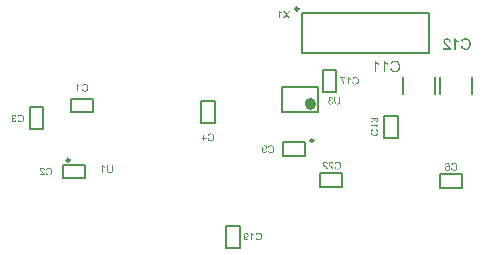
<source format=gbo>
G04*
G04 #@! TF.GenerationSoftware,Altium Limited,Altium Designer,23.3.1 (30)*
G04*
G04 Layer_Color=32896*
%FSLAX44Y44*%
%MOMM*%
G71*
G04*
G04 #@! TF.SameCoordinates,0A325C66-3388-4B77-B3D2-BE92810A0E17*
G04*
G04*
G04 #@! TF.FilePolarity,Positive*
G04*
G01*
G75*
%ADD10C,0.1500*%
%ADD11C,0.2500*%
%ADD12C,0.2000*%
%ADD27C,0.2540*%
%ADD28C,0.5000*%
%ADD39C,0.1524*%
G36*
X373829Y23217D02*
X374004Y23199D01*
X374171Y23162D01*
X374328Y23116D01*
X374467Y23051D01*
X374605Y22996D01*
X374726Y22922D01*
X374837Y22857D01*
X374929Y22792D01*
X375021Y22718D01*
X375095Y22663D01*
X375151Y22607D01*
X375197Y22552D01*
X375234Y22515D01*
X375253Y22496D01*
X375262Y22487D01*
X375382Y22321D01*
X375484Y22127D01*
X375576Y21923D01*
X375659Y21710D01*
X375724Y21489D01*
X375780Y21267D01*
X375826Y21035D01*
X375863Y20823D01*
X375891Y20610D01*
X375909Y20416D01*
X375928Y20240D01*
X375937Y20092D01*
Y19963D01*
X375946Y19871D01*
Y19834D01*
Y19806D01*
Y19797D01*
Y19787D01*
X375937Y19491D01*
X375918Y19214D01*
X375891Y18955D01*
X375844Y18715D01*
X375798Y18502D01*
X375752Y18308D01*
X375696Y18132D01*
X375632Y17975D01*
X375576Y17846D01*
X375521Y17726D01*
X375475Y17633D01*
X375419Y17550D01*
X375382Y17485D01*
X375354Y17448D01*
X375336Y17421D01*
X375327Y17411D01*
X375206Y17282D01*
X375077Y17171D01*
X374948Y17078D01*
X374818Y16995D01*
X374679Y16921D01*
X374550Y16866D01*
X374421Y16819D01*
X374291Y16782D01*
X374180Y16755D01*
X374069Y16727D01*
X373977Y16709D01*
X373894Y16699D01*
X373820D01*
X373773Y16690D01*
X373727D01*
X373514Y16699D01*
X373320Y16736D01*
X373145Y16773D01*
X372987Y16829D01*
X372867Y16875D01*
X372775Y16921D01*
X372738Y16931D01*
X372710Y16949D01*
X372701Y16958D01*
X372692D01*
X372534Y17069D01*
X372387Y17199D01*
X372266Y17328D01*
X372165Y17457D01*
X372081Y17578D01*
X372026Y17670D01*
X372007Y17707D01*
X371989Y17735D01*
X371980Y17744D01*
Y17753D01*
X371887Y17947D01*
X371823Y18151D01*
X371776Y18336D01*
X371749Y18512D01*
X371721Y18659D01*
Y18715D01*
X371712Y18770D01*
Y18817D01*
Y18844D01*
Y18863D01*
Y18872D01*
X371721Y19038D01*
X371739Y19196D01*
X371767Y19353D01*
X371795Y19491D01*
X371841Y19621D01*
X371887Y19750D01*
X371933Y19861D01*
X371989Y19963D01*
X372044Y20055D01*
X372091Y20139D01*
X372137Y20203D01*
X372183Y20268D01*
X372211Y20314D01*
X372239Y20342D01*
X372257Y20361D01*
X372266Y20370D01*
X372368Y20471D01*
X372479Y20564D01*
X372599Y20638D01*
X372710Y20703D01*
X372821Y20767D01*
X372932Y20814D01*
X373145Y20878D01*
X373237Y20906D01*
X373330Y20925D01*
X373404Y20934D01*
X373477Y20943D01*
X373533Y20952D01*
X373607D01*
X373773Y20943D01*
X373931Y20915D01*
X374078Y20888D01*
X374208Y20851D01*
X374319Y20804D01*
X374402Y20777D01*
X374458Y20749D01*
X374467Y20740D01*
X374476D01*
X374624Y20647D01*
X374753Y20545D01*
X374874Y20444D01*
X374966Y20333D01*
X375049Y20240D01*
X375114Y20166D01*
X375151Y20111D01*
X375160Y20102D01*
Y20268D01*
X375151Y20435D01*
X375142Y20582D01*
X375123Y20730D01*
X375114Y20860D01*
X375095Y20980D01*
X375077Y21091D01*
X375049Y21193D01*
X375031Y21285D01*
X375012Y21359D01*
X374994Y21424D01*
X374985Y21479D01*
X374966Y21516D01*
X374957Y21544D01*
X374948Y21562D01*
Y21572D01*
X374855Y21757D01*
X374763Y21923D01*
X374661Y22053D01*
X374568Y22164D01*
X374485Y22256D01*
X374421Y22321D01*
X374374Y22358D01*
X374356Y22367D01*
X374245Y22441D01*
X374134Y22487D01*
X374023Y22524D01*
X373912Y22552D01*
X373829Y22570D01*
X373755Y22580D01*
X373690D01*
X373524Y22561D01*
X373367Y22524D01*
X373237Y22469D01*
X373117Y22413D01*
X373024Y22348D01*
X372960Y22293D01*
X372923Y22256D01*
X372904Y22237D01*
X372840Y22154D01*
X372775Y22053D01*
X372719Y21942D01*
X372682Y21831D01*
X372645Y21729D01*
X372618Y21646D01*
X372608Y21590D01*
X372599Y21581D01*
Y21572D01*
X371813Y21637D01*
X371869Y21895D01*
X371952Y22127D01*
X372044Y22330D01*
X372146Y22496D01*
X372248Y22626D01*
X372285Y22681D01*
X372331Y22727D01*
X372359Y22755D01*
X372387Y22783D01*
X372396Y22792D01*
X372405Y22801D01*
X372497Y22875D01*
X372599Y22940D01*
X372803Y23051D01*
X373006Y23125D01*
X373200Y23171D01*
X373376Y23208D01*
X373450Y23217D01*
X373514D01*
X373570Y23227D01*
X373644D01*
X373829Y23217D01*
D02*
G37*
G36*
X379580Y23291D02*
X379875Y23245D01*
X380134Y23190D01*
X380255Y23153D01*
X380365Y23116D01*
X380467Y23079D01*
X380560Y23042D01*
X380634Y23014D01*
X380708Y22986D01*
X380754Y22959D01*
X380791Y22940D01*
X380818Y22931D01*
X380828Y22922D01*
X381077Y22764D01*
X381290Y22580D01*
X381475Y22395D01*
X381632Y22210D01*
X381752Y22043D01*
X381799Y21969D01*
X381836Y21905D01*
X381872Y21858D01*
X381891Y21821D01*
X381900Y21794D01*
X381909Y21784D01*
X382039Y21498D01*
X382131Y21202D01*
X382196Y20906D01*
X382242Y20638D01*
X382261Y20518D01*
X382270Y20398D01*
X382279Y20305D01*
Y20213D01*
X382289Y20148D01*
Y20092D01*
Y20055D01*
Y20046D01*
X382270Y19713D01*
X382233Y19390D01*
X382187Y19103D01*
X382150Y18965D01*
X382122Y18844D01*
X382094Y18733D01*
X382057Y18632D01*
X382030Y18539D01*
X382011Y18465D01*
X381983Y18410D01*
X381974Y18363D01*
X381956Y18336D01*
Y18327D01*
X381817Y18049D01*
X381660Y17800D01*
X381493Y17587D01*
X381410Y17504D01*
X381336Y17421D01*
X381262Y17347D01*
X381188Y17282D01*
X381124Y17226D01*
X381068Y17189D01*
X381031Y17152D01*
X380994Y17125D01*
X380976Y17115D01*
X380966Y17106D01*
X380837Y17032D01*
X380708Y16968D01*
X380430Y16866D01*
X380153Y16792D01*
X379885Y16746D01*
X379755Y16727D01*
X379644Y16709D01*
X379543Y16699D01*
X379459D01*
X379385Y16690D01*
X379284D01*
X379099Y16699D01*
X378923Y16718D01*
X378757Y16736D01*
X378600Y16773D01*
X378452Y16819D01*
X378313Y16866D01*
X378183Y16912D01*
X378063Y16968D01*
X377962Y17014D01*
X377860Y17060D01*
X377786Y17106D01*
X377712Y17152D01*
X377666Y17189D01*
X377620Y17208D01*
X377601Y17226D01*
X377592Y17236D01*
X377462Y17347D01*
X377351Y17457D01*
X377250Y17587D01*
X377148Y17716D01*
X376982Y17975D01*
X376852Y18234D01*
X376797Y18354D01*
X376750Y18465D01*
X376713Y18567D01*
X376686Y18650D01*
X376658Y18724D01*
X376639Y18780D01*
X376630Y18817D01*
Y18826D01*
X377481Y19038D01*
X377518Y18891D01*
X377564Y18752D01*
X377610Y18622D01*
X377656Y18502D01*
X377712Y18391D01*
X377767Y18299D01*
X377832Y18206D01*
X377888Y18123D01*
X377934Y18049D01*
X377989Y17994D01*
X378036Y17938D01*
X378073Y17892D01*
X378110Y17864D01*
X378137Y17837D01*
X378147Y17827D01*
X378156Y17818D01*
X378248Y17744D01*
X378350Y17689D01*
X378553Y17587D01*
X378747Y17513D01*
X378942Y17467D01*
X379108Y17430D01*
X379173Y17421D01*
X379237D01*
X379293Y17411D01*
X379358D01*
X379570Y17421D01*
X379774Y17457D01*
X379959Y17504D01*
X380125Y17559D01*
X380255Y17615D01*
X380310Y17642D01*
X380356Y17661D01*
X380393Y17679D01*
X380421Y17698D01*
X380439Y17707D01*
X380449D01*
X380624Y17837D01*
X380772Y17975D01*
X380902Y18132D01*
X381003Y18280D01*
X381087Y18410D01*
X381142Y18521D01*
X381161Y18567D01*
X381179Y18595D01*
X381188Y18613D01*
Y18622D01*
X381262Y18863D01*
X381318Y19103D01*
X381364Y19344D01*
X381392Y19566D01*
X381401Y19667D01*
X381410Y19760D01*
Y19843D01*
X381419Y19908D01*
Y19963D01*
Y20009D01*
Y20037D01*
Y20046D01*
X381410Y20287D01*
X381392Y20508D01*
X381355Y20712D01*
X381318Y20897D01*
X381290Y21054D01*
X381272Y21119D01*
X381253Y21174D01*
X381244Y21220D01*
X381235Y21248D01*
X381225Y21267D01*
Y21276D01*
X381133Y21489D01*
X381031Y21683D01*
X380920Y21840D01*
X380800Y21979D01*
X380698Y22090D01*
X380615Y22164D01*
X380550Y22210D01*
X380541Y22228D01*
X380532D01*
X380338Y22348D01*
X380125Y22441D01*
X379922Y22506D01*
X379728Y22543D01*
X379552Y22570D01*
X379478Y22580D01*
X379413D01*
X379367Y22589D01*
X379293D01*
X379062Y22580D01*
X378849Y22543D01*
X378674Y22487D01*
X378516Y22432D01*
X378396Y22367D01*
X378304Y22321D01*
X378248Y22284D01*
X378230Y22265D01*
X378082Y22127D01*
X377943Y21969D01*
X377832Y21803D01*
X377740Y21637D01*
X377666Y21489D01*
X377638Y21415D01*
X377620Y21359D01*
X377601Y21313D01*
X377583Y21276D01*
X377573Y21257D01*
Y21248D01*
X376741Y21442D01*
X376797Y21609D01*
X376852Y21757D01*
X376926Y21895D01*
X376991Y22034D01*
X377065Y22154D01*
X377148Y22265D01*
X377222Y22376D01*
X377296Y22469D01*
X377370Y22543D01*
X377435Y22617D01*
X377499Y22681D01*
X377546Y22727D01*
X377592Y22774D01*
X377629Y22801D01*
X377647Y22811D01*
X377656Y22820D01*
X377786Y22903D01*
X377915Y22986D01*
X378045Y23051D01*
X378183Y23107D01*
X378461Y23190D01*
X378710Y23245D01*
X378831Y23273D01*
X378932Y23282D01*
X379034Y23291D01*
X379117Y23301D01*
X379182Y23310D01*
X379274D01*
X379580Y23291D01*
D02*
G37*
G36*
X208043Y-35931D02*
X208145Y-36078D01*
X208265Y-36226D01*
X208376Y-36356D01*
X208487Y-36467D01*
X208570Y-36559D01*
X208607Y-36587D01*
X208635Y-36615D01*
X208644Y-36624D01*
X208653Y-36633D01*
X208847Y-36790D01*
X209042Y-36938D01*
X209226Y-37068D01*
X209411Y-37169D01*
X209569Y-37262D01*
X209633Y-37299D01*
X209689Y-37327D01*
X209735Y-37354D01*
X209772Y-37364D01*
X209790Y-37382D01*
X209800D01*
Y-38140D01*
X209661Y-38085D01*
X209522Y-38020D01*
X209384Y-37955D01*
X209254Y-37891D01*
X209143Y-37835D01*
X209051Y-37789D01*
X208995Y-37752D01*
X208986Y-37743D01*
X208977D01*
X208811Y-37641D01*
X208662Y-37539D01*
X208533Y-37447D01*
X208431Y-37364D01*
X208339Y-37299D01*
X208284Y-37243D01*
X208237Y-37206D01*
X208228Y-37197D01*
Y-42199D01*
X207442D01*
Y-35773D01*
X207951D01*
X208043Y-35931D01*
D02*
G37*
G36*
X203577Y-35782D02*
X203725Y-35801D01*
X203873Y-35829D01*
X204003Y-35866D01*
X204252Y-35967D01*
X204363Y-36014D01*
X204456Y-36069D01*
X204548Y-36134D01*
X204622Y-36180D01*
X204696Y-36236D01*
X204752Y-36282D01*
X204798Y-36319D01*
X204826Y-36346D01*
X204844Y-36365D01*
X204853Y-36374D01*
X204955Y-36485D01*
X205038Y-36615D01*
X205121Y-36735D01*
X205186Y-36864D01*
X205242Y-37003D01*
X205288Y-37132D01*
X205353Y-37373D01*
X205380Y-37493D01*
X205399Y-37595D01*
X205408Y-37696D01*
X205417Y-37780D01*
X205427Y-37844D01*
Y-37891D01*
Y-37927D01*
Y-37937D01*
X205417Y-38112D01*
X205399Y-38270D01*
X205380Y-38427D01*
X205343Y-38575D01*
X205297Y-38704D01*
X205251Y-38834D01*
X205205Y-38944D01*
X205149Y-39046D01*
X205103Y-39139D01*
X205057Y-39222D01*
X205011Y-39287D01*
X204964Y-39351D01*
X204927Y-39398D01*
X204909Y-39425D01*
X204890Y-39444D01*
X204881Y-39453D01*
X204779Y-39555D01*
X204668Y-39638D01*
X204557Y-39721D01*
X204437Y-39786D01*
X204326Y-39841D01*
X204215Y-39888D01*
X204003Y-39952D01*
X203910Y-39980D01*
X203818Y-39999D01*
X203744Y-40008D01*
X203670Y-40017D01*
X203614Y-40026D01*
X203540D01*
X203365Y-40017D01*
X203198Y-39989D01*
X203050Y-39952D01*
X202912Y-39906D01*
X202810Y-39869D01*
X202727Y-39832D01*
X202671Y-39804D01*
X202653Y-39795D01*
X202505Y-39703D01*
X202376Y-39601D01*
X202265Y-39499D01*
X202172Y-39407D01*
X202107Y-39314D01*
X202052Y-39250D01*
X202015Y-39203D01*
X202006Y-39185D01*
Y-39259D01*
Y-39305D01*
Y-39333D01*
Y-39342D01*
X202015Y-39527D01*
X202024Y-39703D01*
X202043Y-39860D01*
X202061Y-40008D01*
X202089Y-40128D01*
X202107Y-40220D01*
X202117Y-40257D01*
Y-40285D01*
X202126Y-40294D01*
Y-40304D01*
X202172Y-40470D01*
X202218Y-40618D01*
X202265Y-40747D01*
X202311Y-40858D01*
X202348Y-40942D01*
X202385Y-41006D01*
X202403Y-41052D01*
X202412Y-41062D01*
X202486Y-41164D01*
X202560Y-41247D01*
X202634Y-41321D01*
X202708Y-41385D01*
X202764Y-41441D01*
X202819Y-41478D01*
X202856Y-41496D01*
X202866Y-41506D01*
X202967Y-41561D01*
X203078Y-41598D01*
X203180Y-41626D01*
X203282Y-41644D01*
X203365Y-41653D01*
X203430Y-41663D01*
X203494D01*
X203642Y-41653D01*
X203781Y-41626D01*
X203901Y-41589D01*
X204003Y-41543D01*
X204077Y-41506D01*
X204141Y-41469D01*
X204178Y-41441D01*
X204188Y-41432D01*
X204280Y-41330D01*
X204354Y-41210D01*
X204419Y-41080D01*
X204465Y-40951D01*
X204502Y-40840D01*
X204530Y-40738D01*
X204539Y-40701D01*
Y-40683D01*
X204548Y-40664D01*
Y-40655D01*
X205306Y-40720D01*
X205251Y-40988D01*
X205177Y-41219D01*
X205084Y-41422D01*
X204992Y-41589D01*
X204900Y-41718D01*
X204853Y-41774D01*
X204816Y-41820D01*
X204789Y-41848D01*
X204761Y-41875D01*
X204752Y-41885D01*
X204742Y-41894D01*
X204650Y-41968D01*
X204548Y-42033D01*
X204345Y-42134D01*
X204141Y-42208D01*
X203947Y-42254D01*
X203772Y-42291D01*
X203698Y-42301D01*
X203633D01*
X203587Y-42310D01*
X203513D01*
X203254Y-42291D01*
X203023Y-42254D01*
X202810Y-42190D01*
X202634Y-42116D01*
X202560Y-42088D01*
X202486Y-42051D01*
X202431Y-42014D01*
X202376Y-41986D01*
X202339Y-41968D01*
X202311Y-41949D01*
X202292Y-41931D01*
X202283D01*
X202098Y-41774D01*
X201932Y-41598D01*
X201802Y-41413D01*
X201691Y-41237D01*
X201599Y-41080D01*
X201562Y-41006D01*
X201534Y-40951D01*
X201516Y-40895D01*
X201497Y-40858D01*
X201488Y-40840D01*
Y-40831D01*
X201442Y-40692D01*
X201395Y-40535D01*
X201331Y-40220D01*
X201285Y-39888D01*
X201257Y-39573D01*
X201238Y-39434D01*
X201229Y-39296D01*
Y-39176D01*
X201220Y-39074D01*
Y-38991D01*
Y-38926D01*
Y-38880D01*
Y-38871D01*
Y-38658D01*
X201229Y-38454D01*
X201248Y-38270D01*
X201266Y-38094D01*
X201285Y-37937D01*
X201303Y-37789D01*
X201331Y-37650D01*
X201359Y-37530D01*
X201386Y-37428D01*
X201405Y-37336D01*
X201432Y-37253D01*
X201451Y-37188D01*
X201469Y-37142D01*
X201488Y-37105D01*
X201497Y-37086D01*
Y-37077D01*
X201608Y-36855D01*
X201728Y-36661D01*
X201867Y-36494D01*
X201987Y-36356D01*
X202107Y-36254D01*
X202200Y-36180D01*
X202237Y-36152D01*
X202265Y-36134D01*
X202274Y-36115D01*
X202283D01*
X202477Y-36004D01*
X202671Y-35921D01*
X202866Y-35856D01*
X203041Y-35819D01*
X203198Y-35792D01*
X203263Y-35782D01*
X203309D01*
X203356Y-35773D01*
X203420D01*
X203577Y-35782D01*
D02*
G37*
G36*
X214071Y-35709D02*
X214367Y-35755D01*
X214626Y-35810D01*
X214746Y-35847D01*
X214857Y-35884D01*
X214959Y-35921D01*
X215051Y-35958D01*
X215125Y-35986D01*
X215199Y-36014D01*
X215245Y-36041D01*
X215282Y-36060D01*
X215310Y-36069D01*
X215319Y-36078D01*
X215569Y-36236D01*
X215782Y-36421D01*
X215966Y-36605D01*
X216124Y-36790D01*
X216244Y-36957D01*
X216290Y-37031D01*
X216327Y-37095D01*
X216364Y-37142D01*
X216383Y-37179D01*
X216392Y-37206D01*
X216401Y-37216D01*
X216530Y-37502D01*
X216623Y-37798D01*
X216688Y-38094D01*
X216734Y-38362D01*
X216752Y-38482D01*
X216762Y-38602D01*
X216771Y-38695D01*
Y-38787D01*
X216780Y-38852D01*
Y-38907D01*
Y-38944D01*
Y-38954D01*
X216762Y-39287D01*
X216725Y-39610D01*
X216679Y-39897D01*
X216642Y-40036D01*
X216614Y-40156D01*
X216586Y-40267D01*
X216549Y-40368D01*
X216521Y-40461D01*
X216503Y-40535D01*
X216475Y-40590D01*
X216466Y-40637D01*
X216447Y-40664D01*
Y-40673D01*
X216309Y-40951D01*
X216152Y-41200D01*
X215985Y-41413D01*
X215902Y-41496D01*
X215828Y-41579D01*
X215754Y-41653D01*
X215680Y-41718D01*
X215615Y-41774D01*
X215560Y-41811D01*
X215523Y-41848D01*
X215486Y-41875D01*
X215467Y-41885D01*
X215458Y-41894D01*
X215329Y-41968D01*
X215199Y-42033D01*
X214922Y-42134D01*
X214644Y-42208D01*
X214376Y-42254D01*
X214247Y-42273D01*
X214136Y-42291D01*
X214034Y-42301D01*
X213951D01*
X213877Y-42310D01*
X213775D01*
X213590Y-42301D01*
X213415Y-42282D01*
X213248Y-42264D01*
X213091Y-42227D01*
X212943Y-42181D01*
X212805Y-42134D01*
X212675Y-42088D01*
X212555Y-42033D01*
X212453Y-41986D01*
X212351Y-41940D01*
X212278Y-41894D01*
X212204Y-41848D01*
X212157Y-41811D01*
X212111Y-41792D01*
X212093Y-41774D01*
X212083Y-41764D01*
X211954Y-41653D01*
X211843Y-41543D01*
X211741Y-41413D01*
X211640Y-41284D01*
X211473Y-41025D01*
X211344Y-40766D01*
X211288Y-40646D01*
X211242Y-40535D01*
X211205Y-40433D01*
X211177Y-40350D01*
X211150Y-40276D01*
X211131Y-40220D01*
X211122Y-40183D01*
Y-40174D01*
X211972Y-39962D01*
X212009Y-40110D01*
X212056Y-40248D01*
X212102Y-40378D01*
X212148Y-40498D01*
X212204Y-40609D01*
X212259Y-40701D01*
X212324Y-40794D01*
X212379Y-40877D01*
X212425Y-40951D01*
X212481Y-41006D01*
X212527Y-41062D01*
X212564Y-41108D01*
X212601Y-41136D01*
X212629Y-41164D01*
X212638Y-41173D01*
X212647Y-41182D01*
X212740Y-41256D01*
X212841Y-41311D01*
X213045Y-41413D01*
X213239Y-41487D01*
X213433Y-41533D01*
X213600Y-41570D01*
X213664Y-41579D01*
X213729D01*
X213785Y-41589D01*
X213849D01*
X214062Y-41579D01*
X214265Y-41543D01*
X214450Y-41496D01*
X214617Y-41441D01*
X214746Y-41385D01*
X214802Y-41358D01*
X214848Y-41339D01*
X214885Y-41321D01*
X214912Y-41302D01*
X214931Y-41293D01*
X214940D01*
X215116Y-41164D01*
X215264Y-41025D01*
X215393Y-40868D01*
X215495Y-40720D01*
X215578Y-40590D01*
X215634Y-40479D01*
X215652Y-40433D01*
X215671Y-40405D01*
X215680Y-40387D01*
Y-40378D01*
X215754Y-40137D01*
X215809Y-39897D01*
X215856Y-39656D01*
X215883Y-39434D01*
X215893Y-39333D01*
X215902Y-39240D01*
Y-39157D01*
X215911Y-39093D01*
Y-39037D01*
Y-38991D01*
Y-38963D01*
Y-38954D01*
X215902Y-38713D01*
X215883Y-38491D01*
X215846Y-38288D01*
X215809Y-38103D01*
X215782Y-37946D01*
X215763Y-37881D01*
X215745Y-37826D01*
X215735Y-37780D01*
X215726Y-37752D01*
X215717Y-37733D01*
Y-37724D01*
X215625Y-37511D01*
X215523Y-37317D01*
X215412Y-37160D01*
X215292Y-37021D01*
X215190Y-36911D01*
X215107Y-36837D01*
X215042Y-36790D01*
X215033Y-36772D01*
X215023D01*
X214829Y-36652D01*
X214617Y-36559D01*
X214413Y-36494D01*
X214219Y-36458D01*
X214044Y-36430D01*
X213969Y-36421D01*
X213905D01*
X213859Y-36411D01*
X213785D01*
X213553Y-36421D01*
X213341Y-36458D01*
X213165Y-36513D01*
X213008Y-36568D01*
X212888Y-36633D01*
X212795Y-36679D01*
X212740Y-36716D01*
X212721Y-36735D01*
X212573Y-36874D01*
X212435Y-37031D01*
X212324Y-37197D01*
X212231Y-37364D01*
X212157Y-37511D01*
X212130Y-37585D01*
X212111Y-37641D01*
X212093Y-37687D01*
X212074Y-37724D01*
X212065Y-37743D01*
Y-37752D01*
X211233Y-37558D01*
X211288Y-37391D01*
X211344Y-37243D01*
X211418Y-37105D01*
X211482Y-36966D01*
X211556Y-36846D01*
X211640Y-36735D01*
X211714Y-36624D01*
X211787Y-36531D01*
X211861Y-36458D01*
X211926Y-36384D01*
X211991Y-36319D01*
X212037Y-36272D01*
X212083Y-36226D01*
X212120Y-36199D01*
X212139Y-36189D01*
X212148Y-36180D01*
X212278Y-36097D01*
X212407Y-36014D01*
X212536Y-35949D01*
X212675Y-35893D01*
X212952Y-35810D01*
X213202Y-35755D01*
X213322Y-35727D01*
X213424Y-35718D01*
X213526Y-35709D01*
X213609Y-35699D01*
X213674Y-35690D01*
X213766D01*
X214071Y-35709D01*
D02*
G37*
G36*
X275413Y24218D02*
X275570Y24208D01*
X275718Y24181D01*
X275857Y24153D01*
X275986Y24116D01*
X276106Y24079D01*
X276217Y24033D01*
X276319Y23986D01*
X276411Y23940D01*
X276485Y23894D01*
X276550Y23857D01*
X276606Y23820D01*
X276652Y23792D01*
X276680Y23764D01*
X276698Y23755D01*
X276707Y23746D01*
X276800Y23654D01*
X276883Y23552D01*
X276966Y23441D01*
X277031Y23330D01*
X277142Y23108D01*
X277216Y22886D01*
X277243Y22784D01*
X277271Y22683D01*
X277290Y22599D01*
X277308Y22525D01*
X277318Y22461D01*
Y22415D01*
X277327Y22387D01*
Y22378D01*
X276522Y22294D01*
X276504Y22507D01*
X276467Y22692D01*
X276411Y22858D01*
X276347Y22988D01*
X276291Y23099D01*
X276236Y23173D01*
X276199Y23219D01*
X276180Y23237D01*
X276042Y23348D01*
X275894Y23432D01*
X275737Y23496D01*
X275598Y23533D01*
X275468Y23561D01*
X275357Y23570D01*
X275320Y23579D01*
X275265D01*
X275071Y23570D01*
X274895Y23533D01*
X274747Y23478D01*
X274618Y23422D01*
X274516Y23358D01*
X274451Y23311D01*
X274405Y23274D01*
X274387Y23256D01*
X274276Y23126D01*
X274193Y22997D01*
X274128Y22868D01*
X274091Y22738D01*
X274063Y22636D01*
X274054Y22544D01*
X274045Y22489D01*
Y22479D01*
Y22470D01*
X274063Y22304D01*
X274100Y22128D01*
X274165Y21971D01*
X274230Y21823D01*
X274303Y21703D01*
X274368Y21601D01*
X274387Y21564D01*
X274405Y21536D01*
X274424Y21527D01*
Y21518D01*
X274498Y21416D01*
X274590Y21314D01*
X274692Y21203D01*
X274803Y21093D01*
X275034Y20871D01*
X275265Y20649D01*
X275385Y20547D01*
X275487Y20454D01*
X275589Y20371D01*
X275672Y20297D01*
X275737Y20242D01*
X275792Y20196D01*
X275829Y20168D01*
X275838Y20159D01*
X276069Y19964D01*
X276282Y19780D01*
X276458Y19613D01*
X276596Y19475D01*
X276716Y19354D01*
X276800Y19271D01*
X276846Y19216D01*
X276864Y19206D01*
Y19197D01*
X276994Y19040D01*
X277096Y18892D01*
X277188Y18744D01*
X277262Y18615D01*
X277318Y18504D01*
X277355Y18420D01*
X277373Y18365D01*
X277382Y18356D01*
Y18347D01*
X277419Y18245D01*
X277438Y18152D01*
X277456Y18060D01*
X277465Y17977D01*
X277475Y17903D01*
Y17847D01*
Y17810D01*
Y17801D01*
X273231D01*
Y18559D01*
X276384D01*
X276273Y18716D01*
X276217Y18781D01*
X276171Y18846D01*
X276125Y18901D01*
X276088Y18938D01*
X276060Y18966D01*
X276051Y18975D01*
X276005Y19022D01*
X275949Y19068D01*
X275820Y19188D01*
X275672Y19327D01*
X275515Y19465D01*
X275367Y19585D01*
X275302Y19641D01*
X275247Y19696D01*
X275200Y19733D01*
X275163Y19761D01*
X275145Y19780D01*
X275135Y19789D01*
X274988Y19918D01*
X274840Y20038D01*
X274710Y20159D01*
X274590Y20260D01*
X274479Y20362D01*
X274387Y20454D01*
X274294Y20538D01*
X274220Y20612D01*
X274146Y20686D01*
X274091Y20741D01*
X274045Y20787D01*
X273998Y20834D01*
X273952Y20889D01*
X273934Y20908D01*
X273804Y21065D01*
X273693Y21203D01*
X273601Y21342D01*
X273527Y21453D01*
X273471Y21555D01*
X273434Y21629D01*
X273416Y21675D01*
X273407Y21693D01*
X273351Y21832D01*
X273314Y21971D01*
X273277Y22100D01*
X273259Y22211D01*
X273249Y22313D01*
X273240Y22387D01*
Y22433D01*
Y22452D01*
X273249Y22590D01*
X273268Y22720D01*
X273286Y22849D01*
X273323Y22960D01*
X273416Y23182D01*
X273508Y23358D01*
X273564Y23441D01*
X273610Y23506D01*
X273656Y23570D01*
X273703Y23616D01*
X273739Y23654D01*
X273758Y23691D01*
X273776Y23700D01*
X273786Y23709D01*
X273887Y23801D01*
X273998Y23885D01*
X274118Y23949D01*
X274239Y24005D01*
X274479Y24097D01*
X274720Y24162D01*
X274821Y24181D01*
X274923Y24199D01*
X275015Y24208D01*
X275089Y24218D01*
X275154Y24227D01*
X275247D01*
X275413Y24218D01*
D02*
G37*
G36*
X270439D02*
X270596Y24208D01*
X270744Y24181D01*
X270883Y24153D01*
X271012Y24116D01*
X271132Y24079D01*
X271243Y24033D01*
X271345Y23986D01*
X271437Y23940D01*
X271511Y23894D01*
X271576Y23857D01*
X271632Y23820D01*
X271678Y23792D01*
X271705Y23764D01*
X271724Y23755D01*
X271733Y23746D01*
X271826Y23654D01*
X271909Y23552D01*
X271992Y23441D01*
X272057Y23330D01*
X272168Y23108D01*
X272242Y22886D01*
X272269Y22784D01*
X272297Y22683D01*
X272316Y22599D01*
X272334Y22525D01*
X272343Y22461D01*
Y22415D01*
X272353Y22387D01*
Y22378D01*
X271548Y22294D01*
X271530Y22507D01*
X271493Y22692D01*
X271437Y22858D01*
X271373Y22988D01*
X271317Y23099D01*
X271262Y23173D01*
X271225Y23219D01*
X271206Y23237D01*
X271068Y23348D01*
X270919Y23432D01*
X270762Y23496D01*
X270624Y23533D01*
X270494Y23561D01*
X270383Y23570D01*
X270346Y23579D01*
X270291D01*
X270097Y23570D01*
X269921Y23533D01*
X269773Y23478D01*
X269644Y23422D01*
X269542Y23358D01*
X269477Y23311D01*
X269431Y23274D01*
X269412Y23256D01*
X269302Y23126D01*
X269218Y22997D01*
X269154Y22868D01*
X269117Y22738D01*
X269089Y22636D01*
X269080Y22544D01*
X269070Y22489D01*
Y22479D01*
Y22470D01*
X269089Y22304D01*
X269126Y22128D01*
X269191Y21971D01*
X269255Y21823D01*
X269329Y21703D01*
X269394Y21601D01*
X269412Y21564D01*
X269431Y21536D01*
X269450Y21527D01*
Y21518D01*
X269524Y21416D01*
X269616Y21314D01*
X269718Y21203D01*
X269829Y21093D01*
X270060Y20871D01*
X270291Y20649D01*
X270411Y20547D01*
X270513Y20454D01*
X270614Y20371D01*
X270698Y20297D01*
X270762Y20242D01*
X270818Y20196D01*
X270855Y20168D01*
X270864Y20159D01*
X271095Y19964D01*
X271308Y19780D01*
X271483Y19613D01*
X271622Y19475D01*
X271742Y19354D01*
X271826Y19271D01*
X271872Y19216D01*
X271890Y19206D01*
Y19197D01*
X272020Y19040D01*
X272122Y18892D01*
X272214Y18744D01*
X272288Y18615D01*
X272343Y18504D01*
X272380Y18420D01*
X272399Y18365D01*
X272408Y18356D01*
Y18347D01*
X272445Y18245D01*
X272464Y18152D01*
X272482Y18060D01*
X272491Y17977D01*
X272500Y17903D01*
Y17847D01*
Y17810D01*
Y17801D01*
X268257D01*
Y18559D01*
X271410D01*
X271299Y18716D01*
X271243Y18781D01*
X271197Y18846D01*
X271151Y18901D01*
X271114Y18938D01*
X271086Y18966D01*
X271077Y18975D01*
X271031Y19022D01*
X270975Y19068D01*
X270846Y19188D01*
X270698Y19327D01*
X270541Y19465D01*
X270393Y19585D01*
X270328Y19641D01*
X270272Y19696D01*
X270226Y19733D01*
X270189Y19761D01*
X270171Y19780D01*
X270161Y19789D01*
X270014Y19918D01*
X269866Y20038D01*
X269736Y20159D01*
X269616Y20260D01*
X269505Y20362D01*
X269412Y20454D01*
X269320Y20538D01*
X269246Y20612D01*
X269172Y20686D01*
X269117Y20741D01*
X269070Y20787D01*
X269024Y20834D01*
X268978Y20889D01*
X268960Y20908D01*
X268830Y21065D01*
X268719Y21203D01*
X268627Y21342D01*
X268553Y21453D01*
X268497Y21555D01*
X268460Y21629D01*
X268442Y21675D01*
X268433Y21693D01*
X268377Y21832D01*
X268340Y21971D01*
X268303Y22100D01*
X268285Y22211D01*
X268275Y22313D01*
X268266Y22387D01*
Y22433D01*
Y22452D01*
X268275Y22590D01*
X268294Y22720D01*
X268312Y22849D01*
X268349Y22960D01*
X268442Y23182D01*
X268534Y23358D01*
X268590Y23441D01*
X268636Y23506D01*
X268682Y23570D01*
X268728Y23616D01*
X268765Y23654D01*
X268784Y23691D01*
X268802Y23700D01*
X268812Y23709D01*
X268913Y23801D01*
X269024Y23885D01*
X269144Y23949D01*
X269265Y24005D01*
X269505Y24097D01*
X269745Y24162D01*
X269847Y24181D01*
X269949Y24199D01*
X270041Y24208D01*
X270115Y24218D01*
X270180Y24227D01*
X270272D01*
X270439Y24218D01*
D02*
G37*
G36*
X281034Y24291D02*
X281330Y24245D01*
X281589Y24190D01*
X281709Y24153D01*
X281820Y24116D01*
X281922Y24079D01*
X282014Y24042D01*
X282088Y24014D01*
X282162Y23986D01*
X282208Y23959D01*
X282245Y23940D01*
X282273Y23931D01*
X282282Y23922D01*
X282532Y23764D01*
X282745Y23579D01*
X282930Y23395D01*
X283087Y23210D01*
X283207Y23043D01*
X283253Y22969D01*
X283290Y22905D01*
X283327Y22858D01*
X283346Y22821D01*
X283355Y22794D01*
X283364Y22784D01*
X283494Y22498D01*
X283586Y22202D01*
X283651Y21906D01*
X283697Y21638D01*
X283715Y21518D01*
X283725Y21398D01*
X283734Y21305D01*
Y21213D01*
X283743Y21148D01*
Y21093D01*
Y21056D01*
Y21046D01*
X283725Y20713D01*
X283688Y20390D01*
X283641Y20103D01*
X283605Y19964D01*
X283577Y19844D01*
X283549Y19733D01*
X283512Y19632D01*
X283484Y19539D01*
X283466Y19465D01*
X283438Y19410D01*
X283429Y19363D01*
X283410Y19336D01*
Y19327D01*
X283272Y19049D01*
X283114Y18800D01*
X282948Y18587D01*
X282865Y18504D01*
X282791Y18420D01*
X282717Y18347D01*
X282643Y18282D01*
X282578Y18226D01*
X282523Y18189D01*
X282486Y18152D01*
X282449Y18125D01*
X282430Y18115D01*
X282421Y18106D01*
X282292Y18032D01*
X282162Y17967D01*
X281885Y17866D01*
X281607Y17792D01*
X281339Y17746D01*
X281210Y17727D01*
X281099Y17709D01*
X280997Y17699D01*
X280914D01*
X280840Y17690D01*
X280738D01*
X280553Y17699D01*
X280378Y17718D01*
X280211Y17736D01*
X280054Y17773D01*
X279906Y17819D01*
X279768Y17866D01*
X279638Y17912D01*
X279518Y17967D01*
X279416Y18014D01*
X279315Y18060D01*
X279241Y18106D01*
X279167Y18152D01*
X279120Y18189D01*
X279074Y18208D01*
X279056Y18226D01*
X279046Y18236D01*
X278917Y18347D01*
X278806Y18457D01*
X278704Y18587D01*
X278603Y18716D01*
X278436Y18975D01*
X278307Y19234D01*
X278251Y19354D01*
X278205Y19465D01*
X278168Y19567D01*
X278140Y19650D01*
X278113Y19724D01*
X278094Y19780D01*
X278085Y19817D01*
Y19826D01*
X278936Y20038D01*
X278972Y19891D01*
X279019Y19752D01*
X279065Y19622D01*
X279111Y19502D01*
X279167Y19391D01*
X279222Y19299D01*
X279287Y19206D01*
X279342Y19123D01*
X279389Y19049D01*
X279444Y18994D01*
X279490Y18938D01*
X279527Y18892D01*
X279564Y18864D01*
X279592Y18836D01*
X279601Y18827D01*
X279610Y18818D01*
X279703Y18744D01*
X279805Y18689D01*
X280008Y18587D01*
X280202Y18513D01*
X280396Y18467D01*
X280563Y18430D01*
X280627Y18420D01*
X280692D01*
X280748Y18411D01*
X280812D01*
X281025Y18420D01*
X281228Y18457D01*
X281413Y18504D01*
X281580Y18559D01*
X281709Y18615D01*
X281765Y18642D01*
X281811Y18661D01*
X281848Y18679D01*
X281876Y18698D01*
X281894Y18707D01*
X281903D01*
X282079Y18836D01*
X282227Y18975D01*
X282356Y19132D01*
X282458Y19280D01*
X282541Y19410D01*
X282597Y19521D01*
X282615Y19567D01*
X282634Y19595D01*
X282643Y19613D01*
Y19622D01*
X282717Y19863D01*
X282772Y20103D01*
X282819Y20344D01*
X282846Y20566D01*
X282856Y20667D01*
X282865Y20760D01*
Y20843D01*
X282874Y20908D01*
Y20963D01*
Y21009D01*
Y21037D01*
Y21046D01*
X282865Y21287D01*
X282846Y21509D01*
X282809Y21712D01*
X282772Y21897D01*
X282745Y22054D01*
X282726Y22119D01*
X282708Y22174D01*
X282698Y22220D01*
X282689Y22248D01*
X282680Y22267D01*
Y22276D01*
X282588Y22489D01*
X282486Y22683D01*
X282375Y22840D01*
X282255Y22979D01*
X282153Y23089D01*
X282070Y23163D01*
X282005Y23210D01*
X281996Y23228D01*
X281987D01*
X281792Y23348D01*
X281580Y23441D01*
X281376Y23506D01*
X281182Y23542D01*
X281007Y23570D01*
X280933Y23579D01*
X280868D01*
X280822Y23589D01*
X280748D01*
X280516Y23579D01*
X280304Y23542D01*
X280128Y23487D01*
X279971Y23432D01*
X279851Y23367D01*
X279758Y23321D01*
X279703Y23284D01*
X279684Y23265D01*
X279536Y23126D01*
X279398Y22969D01*
X279287Y22803D01*
X279194Y22636D01*
X279120Y22489D01*
X279093Y22415D01*
X279074Y22359D01*
X279056Y22313D01*
X279037Y22276D01*
X279028Y22257D01*
Y22248D01*
X278196Y22442D01*
X278251Y22609D01*
X278307Y22757D01*
X278381Y22895D01*
X278445Y23034D01*
X278519Y23154D01*
X278603Y23265D01*
X278677Y23376D01*
X278751Y23469D01*
X278825Y23542D01*
X278889Y23616D01*
X278954Y23681D01*
X279000Y23728D01*
X279046Y23774D01*
X279083Y23801D01*
X279102Y23811D01*
X279111Y23820D01*
X279241Y23903D01*
X279370Y23986D01*
X279499Y24051D01*
X279638Y24107D01*
X279916Y24190D01*
X280165Y24245D01*
X280285Y24273D01*
X280387Y24282D01*
X280489Y24291D01*
X280572Y24301D01*
X280637Y24310D01*
X280729D01*
X281034Y24291D01*
D02*
G37*
G36*
X310909Y61766D02*
X311112Y61729D01*
X311288Y61674D01*
X311436Y61618D01*
X311556Y61563D01*
X311649Y61507D01*
X311704Y61470D01*
X311723Y61461D01*
X311861Y61332D01*
X311982Y61193D01*
X312074Y61045D01*
X312148Y60897D01*
X312203Y60768D01*
X312240Y60666D01*
X312250Y60629D01*
X312259Y60601D01*
X312268Y60583D01*
Y60574D01*
X312351Y60731D01*
X312435Y60860D01*
X312527Y60971D01*
X312610Y61064D01*
X312684Y61138D01*
X312749Y61193D01*
X312786Y61221D01*
X312804Y61230D01*
X312934Y61304D01*
X313063Y61360D01*
X313193Y61406D01*
X313313Y61434D01*
X313415Y61452D01*
X313489Y61461D01*
X313544D01*
X313563D01*
X313720Y61452D01*
X313877Y61424D01*
X314016Y61387D01*
X314136Y61341D01*
X314237Y61295D01*
X314321Y61258D01*
X314367Y61230D01*
X314385Y61221D01*
X314524Y61128D01*
X314644Y61017D01*
X314746Y60907D01*
X314838Y60795D01*
X314903Y60703D01*
X314959Y60620D01*
X314986Y60564D01*
X314996Y60555D01*
Y60546D01*
X315070Y60380D01*
X315125Y60213D01*
X315171Y60047D01*
X315199Y59899D01*
X315217Y59778D01*
X315227Y59677D01*
Y59446D01*
X315208Y59316D01*
X315162Y59067D01*
X315088Y58854D01*
X315014Y58669D01*
X314968Y58586D01*
X314931Y58521D01*
X314894Y58456D01*
X314857Y58410D01*
X314829Y58373D01*
X314811Y58345D01*
X314802Y58327D01*
X314792Y58318D01*
X314617Y58142D01*
X314422Y58003D01*
X314219Y57892D01*
X314016Y57800D01*
X313840Y57744D01*
X313766Y57717D01*
X313701Y57698D01*
X313646Y57689D01*
X313609Y57680D01*
X313581Y57670D01*
X313572D01*
X313433Y58456D01*
X313636Y58493D01*
X313812Y58549D01*
X313960Y58614D01*
X314080Y58678D01*
X314173Y58743D01*
X314237Y58798D01*
X314284Y58835D01*
X314293Y58845D01*
X314385Y58965D01*
X314459Y59094D01*
X314506Y59215D01*
X314543Y59335D01*
X314561Y59446D01*
X314580Y59529D01*
Y59603D01*
X314570Y59769D01*
X314533Y59917D01*
X314487Y60047D01*
X314441Y60158D01*
X314385Y60241D01*
X314339Y60306D01*
X314302Y60352D01*
X314293Y60361D01*
X314182Y60463D01*
X314062Y60537D01*
X313942Y60583D01*
X313831Y60620D01*
X313729Y60638D01*
X313655Y60657D01*
X313599D01*
X313590D01*
X313581D01*
X313479D01*
X313387Y60638D01*
X313230Y60592D01*
X313091Y60527D01*
X312971Y60453D01*
X312888Y60380D01*
X312823Y60315D01*
X312786Y60269D01*
X312777Y60259D01*
Y60250D01*
X312694Y60093D01*
X312629Y59945D01*
X312582Y59788D01*
X312555Y59649D01*
X312536Y59529D01*
X312518Y59427D01*
Y59307D01*
X312527Y59270D01*
Y59224D01*
X311834Y59131D01*
X311861Y59251D01*
X311880Y59362D01*
X311898Y59455D01*
X311908Y59538D01*
X311917Y59603D01*
Y59686D01*
X311898Y59880D01*
X311861Y60056D01*
X311806Y60213D01*
X311741Y60342D01*
X311676Y60444D01*
X311621Y60518D01*
X311584Y60564D01*
X311565Y60583D01*
X311427Y60703D01*
X311279Y60795D01*
X311131Y60860D01*
X310983Y60897D01*
X310863Y60925D01*
X310761Y60934D01*
X310724Y60943D01*
X310696D01*
X310678D01*
X310669D01*
X310465Y60925D01*
X310280Y60879D01*
X310123Y60823D01*
X309984Y60749D01*
X309874Y60675D01*
X309790Y60620D01*
X309735Y60574D01*
X309716Y60555D01*
X309587Y60407D01*
X309494Y60250D01*
X309430Y60093D01*
X309384Y59945D01*
X309356Y59816D01*
X309347Y59714D01*
X309337Y59677D01*
Y59621D01*
X309347Y59455D01*
X309384Y59298D01*
X309430Y59159D01*
X309485Y59048D01*
X309531Y58956D01*
X309578Y58882D01*
X309615Y58845D01*
X309624Y58826D01*
X309753Y58715D01*
X309901Y58623D01*
X310058Y58540D01*
X310225Y58475D01*
X310364Y58429D01*
X310428Y58410D01*
X310484Y58401D01*
X310530Y58392D01*
X310567Y58382D01*
X310585Y58373D01*
X310595D01*
X310493Y57587D01*
X310345Y57606D01*
X310206Y57634D01*
X309947Y57717D01*
X309726Y57818D01*
X309633Y57874D01*
X309541Y57929D01*
X309457Y57985D01*
X309393Y58040D01*
X309328Y58087D01*
X309282Y58133D01*
X309245Y58161D01*
X309217Y58188D01*
X309199Y58207D01*
X309189Y58216D01*
X309106Y58327D01*
X309023Y58438D01*
X308958Y58549D01*
X308903Y58669D01*
X308810Y58900D01*
X308755Y59122D01*
X308736Y59224D01*
X308718Y59316D01*
X308709Y59399D01*
X308699Y59473D01*
X308690Y59529D01*
Y59612D01*
X308699Y59788D01*
X308718Y59945D01*
X308746Y60102D01*
X308783Y60250D01*
X308829Y60389D01*
X308875Y60509D01*
X308930Y60629D01*
X308986Y60731D01*
X309032Y60833D01*
X309088Y60916D01*
X309134Y60990D01*
X309180Y61045D01*
X309217Y61091D01*
X309245Y61128D01*
X309263Y61147D01*
X309273Y61156D01*
X309384Y61267D01*
X309504Y61360D01*
X309624Y61443D01*
X309744Y61517D01*
X309855Y61572D01*
X309975Y61628D01*
X310197Y61702D01*
X310299Y61720D01*
X310391Y61739D01*
X310474Y61757D01*
X310548Y61766D01*
X310604Y61775D01*
X310650D01*
X310678D01*
X310687D01*
X310909Y61766D01*
D02*
G37*
G36*
X315227Y55054D02*
X315070Y54962D01*
X314922Y54860D01*
X314774Y54740D01*
X314644Y54629D01*
X314533Y54518D01*
X314441Y54434D01*
X314413Y54398D01*
X314385Y54370D01*
X314376Y54361D01*
X314367Y54351D01*
X314210Y54157D01*
X314062Y53963D01*
X313932Y53778D01*
X313831Y53593D01*
X313738Y53436D01*
X313701Y53371D01*
X313673Y53316D01*
X313646Y53270D01*
X313636Y53233D01*
X313618Y53214D01*
Y53205D01*
X312860D01*
X312915Y53344D01*
X312980Y53482D01*
X313045Y53621D01*
X313109Y53750D01*
X313165Y53861D01*
X313211Y53954D01*
X313248Y54009D01*
X313257Y54019D01*
Y54028D01*
X313359Y54194D01*
X313461Y54342D01*
X313553Y54472D01*
X313636Y54573D01*
X313701Y54666D01*
X313757Y54721D01*
X313794Y54767D01*
X313803Y54777D01*
X308801D01*
Y55563D01*
X315227D01*
Y55054D01*
D02*
G37*
G36*
X311038Y51032D02*
X310891Y50995D01*
X310752Y50949D01*
X310622Y50903D01*
X310502Y50856D01*
X310391Y50801D01*
X310299Y50746D01*
X310206Y50681D01*
X310123Y50625D01*
X310049Y50579D01*
X309994Y50524D01*
X309938Y50477D01*
X309892Y50440D01*
X309864Y50403D01*
X309837Y50376D01*
X309827Y50367D01*
X309818Y50357D01*
X309744Y50265D01*
X309689Y50163D01*
X309587Y49960D01*
X309513Y49766D01*
X309467Y49571D01*
X309430Y49405D01*
X309421Y49340D01*
Y49275D01*
X309411Y49220D01*
Y49155D01*
X309421Y48943D01*
X309457Y48739D01*
X309504Y48554D01*
X309559Y48388D01*
X309615Y48259D01*
X309642Y48203D01*
X309661Y48157D01*
X309679Y48120D01*
X309698Y48092D01*
X309707Y48074D01*
Y48064D01*
X309837Y47889D01*
X309975Y47741D01*
X310132Y47611D01*
X310280Y47510D01*
X310410Y47426D01*
X310521Y47371D01*
X310567Y47352D01*
X310595Y47334D01*
X310613Y47325D01*
X310622D01*
X310863Y47251D01*
X311103Y47195D01*
X311344Y47149D01*
X311565Y47121D01*
X311667Y47112D01*
X311760Y47103D01*
X311843D01*
X311908Y47094D01*
X311963D01*
X312009D01*
X312037D01*
X312046D01*
X312287Y47103D01*
X312509Y47121D01*
X312712Y47158D01*
X312897Y47195D01*
X313054Y47223D01*
X313119Y47242D01*
X313174Y47260D01*
X313221Y47269D01*
X313248Y47278D01*
X313267Y47288D01*
X313276D01*
X313489Y47380D01*
X313683Y47482D01*
X313840Y47593D01*
X313979Y47713D01*
X314090Y47815D01*
X314163Y47898D01*
X314210Y47963D01*
X314228Y47972D01*
Y47981D01*
X314348Y48175D01*
X314441Y48388D01*
X314506Y48591D01*
X314543Y48786D01*
X314570Y48961D01*
X314580Y49035D01*
Y49100D01*
X314589Y49146D01*
Y49220D01*
X314580Y49451D01*
X314543Y49664D01*
X314487Y49840D01*
X314432Y49997D01*
X314367Y50117D01*
X314321Y50209D01*
X314284Y50265D01*
X314265Y50283D01*
X314126Y50431D01*
X313969Y50570D01*
X313803Y50681D01*
X313636Y50773D01*
X313489Y50847D01*
X313415Y50875D01*
X313359Y50894D01*
X313313Y50912D01*
X313276Y50931D01*
X313257Y50940D01*
X313248D01*
X313442Y51772D01*
X313609Y51716D01*
X313757Y51661D01*
X313895Y51587D01*
X314034Y51522D01*
X314154Y51448D01*
X314265Y51365D01*
X314376Y51291D01*
X314469Y51217D01*
X314543Y51143D01*
X314617Y51078D01*
X314681Y51014D01*
X314727Y50967D01*
X314774Y50921D01*
X314802Y50884D01*
X314811Y50866D01*
X314820Y50856D01*
X314903Y50727D01*
X314986Y50598D01*
X315051Y50468D01*
X315107Y50329D01*
X315190Y50052D01*
X315245Y49802D01*
X315273Y49682D01*
X315282Y49581D01*
X315292Y49479D01*
X315301Y49396D01*
X315310Y49331D01*
Y49239D01*
X315292Y48933D01*
X315245Y48637D01*
X315190Y48379D01*
X315153Y48259D01*
X315116Y48148D01*
X315079Y48046D01*
X315042Y47953D01*
X315014Y47879D01*
X314986Y47805D01*
X314959Y47759D01*
X314940Y47722D01*
X314931Y47695D01*
X314922Y47685D01*
X314764Y47436D01*
X314580Y47223D01*
X314395Y47038D01*
X314210Y46881D01*
X314043Y46761D01*
X313969Y46715D01*
X313905Y46677D01*
X313858Y46641D01*
X313821Y46622D01*
X313794Y46613D01*
X313784Y46603D01*
X313498Y46474D01*
X313202Y46382D01*
X312906Y46317D01*
X312638Y46271D01*
X312518Y46252D01*
X312398Y46243D01*
X312305Y46234D01*
X312213D01*
X312148Y46224D01*
X312092D01*
X312055D01*
X312046D01*
X311713Y46243D01*
X311390Y46280D01*
X311103Y46326D01*
X310965Y46363D01*
X310844Y46391D01*
X310733Y46419D01*
X310632Y46456D01*
X310539Y46483D01*
X310465Y46502D01*
X310410Y46529D01*
X310364Y46539D01*
X310336Y46557D01*
X310327D01*
X310049Y46696D01*
X309800Y46853D01*
X309587Y47020D01*
X309504Y47103D01*
X309421Y47177D01*
X309347Y47251D01*
X309282Y47325D01*
X309226Y47389D01*
X309189Y47445D01*
X309152Y47482D01*
X309125Y47519D01*
X309115Y47537D01*
X309106Y47547D01*
X309032Y47676D01*
X308967Y47805D01*
X308866Y48083D01*
X308792Y48360D01*
X308746Y48628D01*
X308727Y48758D01*
X308709Y48869D01*
X308699Y48970D01*
Y49054D01*
X308690Y49128D01*
Y49229D01*
X308699Y49414D01*
X308718Y49590D01*
X308736Y49756D01*
X308773Y49913D01*
X308820Y50061D01*
X308866Y50200D01*
X308912Y50329D01*
X308967Y50450D01*
X309014Y50551D01*
X309060Y50653D01*
X309106Y50727D01*
X309152Y50801D01*
X309189Y50847D01*
X309208Y50894D01*
X309226Y50912D01*
X309236Y50921D01*
X309347Y51051D01*
X309457Y51162D01*
X309587Y51263D01*
X309716Y51365D01*
X309975Y51531D01*
X310234Y51661D01*
X310354Y51716D01*
X310465Y51763D01*
X310567Y51800D01*
X310650Y51827D01*
X310724Y51855D01*
X310780Y51873D01*
X310817Y51883D01*
X310826D01*
X311038Y51032D01*
D02*
G37*
G36*
X290039Y96069D02*
X290140Y95922D01*
X290260Y95774D01*
X290371Y95644D01*
X290482Y95533D01*
X290565Y95441D01*
X290602Y95413D01*
X290630Y95385D01*
X290639Y95376D01*
X290649Y95367D01*
X290843Y95210D01*
X291037Y95062D01*
X291222Y94932D01*
X291407Y94831D01*
X291564Y94738D01*
X291629Y94701D01*
X291684Y94673D01*
X291730Y94646D01*
X291767Y94636D01*
X291786Y94618D01*
X291795D01*
Y93860D01*
X291656Y93915D01*
X291518Y93980D01*
X291379Y94045D01*
X291250Y94109D01*
X291139Y94165D01*
X291046Y94211D01*
X290991Y94248D01*
X290982Y94257D01*
X290972D01*
X290806Y94359D01*
X290658Y94461D01*
X290529Y94553D01*
X290427Y94636D01*
X290334Y94701D01*
X290279Y94757D01*
X290233Y94794D01*
X290223Y94803D01*
Y89801D01*
X289438D01*
Y96227D01*
X289946D01*
X290039Y96069D01*
D02*
G37*
G36*
X296067Y96291D02*
X296362Y96245D01*
X296621Y96190D01*
X296742Y96153D01*
X296852Y96116D01*
X296954Y96079D01*
X297047Y96042D01*
X297121Y96014D01*
X297195Y95986D01*
X297241Y95959D01*
X297278Y95940D01*
X297306Y95931D01*
X297315Y95922D01*
X297564Y95764D01*
X297777Y95580D01*
X297962Y95395D01*
X298119Y95210D01*
X298239Y95043D01*
X298286Y94969D01*
X298323Y94905D01*
X298360Y94858D01*
X298378Y94821D01*
X298387Y94794D01*
X298396Y94784D01*
X298526Y94498D01*
X298618Y94202D01*
X298683Y93906D01*
X298729Y93638D01*
X298748Y93518D01*
X298757Y93398D01*
X298766Y93305D01*
Y93213D01*
X298776Y93148D01*
Y93092D01*
Y93055D01*
Y93046D01*
X298757Y92713D01*
X298720Y92390D01*
X298674Y92103D01*
X298637Y91965D01*
X298609Y91844D01*
X298581Y91733D01*
X298544Y91632D01*
X298517Y91539D01*
X298498Y91465D01*
X298470Y91410D01*
X298461Y91363D01*
X298443Y91336D01*
Y91327D01*
X298304Y91049D01*
X298147Y90800D01*
X297980Y90587D01*
X297897Y90504D01*
X297823Y90421D01*
X297749Y90346D01*
X297675Y90282D01*
X297611Y90226D01*
X297555Y90189D01*
X297518Y90152D01*
X297481Y90125D01*
X297463Y90115D01*
X297453Y90106D01*
X297324Y90032D01*
X297195Y89967D01*
X296917Y89866D01*
X296640Y89792D01*
X296372Y89746D01*
X296242Y89727D01*
X296131Y89709D01*
X296030Y89699D01*
X295946D01*
X295872Y89690D01*
X295771D01*
X295586Y89699D01*
X295410Y89718D01*
X295244Y89736D01*
X295087Y89773D01*
X294939Y89819D01*
X294800Y89866D01*
X294671Y89912D01*
X294550Y89967D01*
X294449Y90014D01*
X294347Y90060D01*
X294273Y90106D01*
X294199Y90152D01*
X294153Y90189D01*
X294107Y90208D01*
X294088Y90226D01*
X294079Y90236D01*
X293949Y90346D01*
X293838Y90457D01*
X293737Y90587D01*
X293635Y90716D01*
X293469Y90975D01*
X293339Y91234D01*
X293284Y91354D01*
X293237Y91465D01*
X293200Y91567D01*
X293173Y91650D01*
X293145Y91724D01*
X293127Y91780D01*
X293117Y91817D01*
Y91826D01*
X293968Y92038D01*
X294005Y91890D01*
X294051Y91752D01*
X294097Y91622D01*
X294144Y91502D01*
X294199Y91391D01*
X294254Y91299D01*
X294319Y91206D01*
X294375Y91123D01*
X294421Y91049D01*
X294476Y90994D01*
X294523Y90938D01*
X294560Y90892D01*
X294597Y90864D01*
X294624Y90836D01*
X294634Y90827D01*
X294643Y90818D01*
X294735Y90744D01*
X294837Y90689D01*
X295040Y90587D01*
X295235Y90513D01*
X295429Y90467D01*
X295595Y90430D01*
X295660Y90421D01*
X295725D01*
X295780Y90411D01*
X295845D01*
X296057Y90421D01*
X296261Y90457D01*
X296446Y90504D01*
X296612Y90559D01*
X296742Y90615D01*
X296797Y90642D01*
X296843Y90661D01*
X296880Y90679D01*
X296908Y90698D01*
X296926Y90707D01*
X296936D01*
X297111Y90836D01*
X297259Y90975D01*
X297389Y91132D01*
X297490Y91280D01*
X297574Y91410D01*
X297629Y91521D01*
X297648Y91567D01*
X297666Y91595D01*
X297675Y91613D01*
Y91622D01*
X297749Y91863D01*
X297805Y92103D01*
X297851Y92344D01*
X297879Y92565D01*
X297888Y92667D01*
X297897Y92760D01*
Y92843D01*
X297906Y92907D01*
Y92963D01*
Y93009D01*
Y93037D01*
Y93046D01*
X297897Y93287D01*
X297879Y93509D01*
X297842Y93712D01*
X297805Y93897D01*
X297777Y94054D01*
X297759Y94119D01*
X297740Y94174D01*
X297731Y94220D01*
X297722Y94248D01*
X297712Y94267D01*
Y94276D01*
X297620Y94488D01*
X297518Y94683D01*
X297407Y94840D01*
X297287Y94979D01*
X297185Y95090D01*
X297102Y95163D01*
X297037Y95210D01*
X297028Y95228D01*
X297019D01*
X296825Y95348D01*
X296612Y95441D01*
X296409Y95506D01*
X296215Y95542D01*
X296039Y95570D01*
X295965Y95580D01*
X295900D01*
X295854Y95589D01*
X295780D01*
X295549Y95580D01*
X295336Y95542D01*
X295161Y95487D01*
X295003Y95432D01*
X294883Y95367D01*
X294791Y95321D01*
X294735Y95284D01*
X294717Y95265D01*
X294569Y95126D01*
X294430Y94969D01*
X294319Y94803D01*
X294227Y94636D01*
X294153Y94488D01*
X294125Y94415D01*
X294107Y94359D01*
X294088Y94313D01*
X294069Y94276D01*
X294060Y94257D01*
Y94248D01*
X293228Y94442D01*
X293284Y94609D01*
X293339Y94757D01*
X293413Y94895D01*
X293478Y95034D01*
X293552Y95154D01*
X293635Y95265D01*
X293709Y95376D01*
X293783Y95469D01*
X293857Y95542D01*
X293922Y95617D01*
X293986Y95681D01*
X294033Y95727D01*
X294079Y95774D01*
X294116Y95801D01*
X294134Y95811D01*
X294144Y95820D01*
X294273Y95903D01*
X294402Y95986D01*
X294532Y96051D01*
X294671Y96107D01*
X294948Y96190D01*
X295198Y96245D01*
X295318Y96273D01*
X295419Y96282D01*
X295521Y96291D01*
X295604Y96301D01*
X295669Y96310D01*
X295762D01*
X296067Y96291D01*
D02*
G37*
G36*
X287367Y95358D02*
X284232D01*
X284454Y95090D01*
X284667Y94803D01*
X284852Y94525D01*
X285027Y94257D01*
X285101Y94137D01*
X285166Y94026D01*
X285231Y93925D01*
X285277Y93841D01*
X285314Y93767D01*
X285342Y93721D01*
X285360Y93684D01*
X285369Y93675D01*
X285554Y93305D01*
X285721Y92935D01*
X285859Y92584D01*
X285915Y92427D01*
X285970Y92270D01*
X286026Y92131D01*
X286063Y92001D01*
X286100Y91890D01*
X286128Y91798D01*
X286155Y91715D01*
X286174Y91659D01*
X286183Y91622D01*
Y91613D01*
X286276Y91234D01*
X286313Y91049D01*
X286340Y90883D01*
X286368Y90726D01*
X286396Y90568D01*
X286414Y90439D01*
X286433Y90309D01*
X286442Y90199D01*
X286451Y90097D01*
X286460Y90004D01*
Y89930D01*
X286470Y89875D01*
Y89838D01*
Y89810D01*
Y89801D01*
X285665D01*
X285638Y90152D01*
X285591Y90476D01*
X285545Y90772D01*
X285517Y90911D01*
X285490Y91040D01*
X285471Y91151D01*
X285443Y91253D01*
X285425Y91345D01*
X285406Y91419D01*
X285388Y91475D01*
X285379Y91521D01*
X285369Y91548D01*
Y91558D01*
X285231Y91983D01*
X285083Y92381D01*
X285009Y92575D01*
X284935Y92760D01*
X284852Y92926D01*
X284778Y93092D01*
X284713Y93240D01*
X284648Y93370D01*
X284593Y93481D01*
X284547Y93582D01*
X284500Y93666D01*
X284473Y93721D01*
X284454Y93758D01*
X284445Y93767D01*
X284334Y93961D01*
X284223Y94156D01*
X284112Y94331D01*
X284001Y94498D01*
X283899Y94646D01*
X283798Y94794D01*
X283696Y94923D01*
X283613Y95034D01*
X283530Y95145D01*
X283456Y95237D01*
X283382Y95311D01*
X283326Y95376D01*
X283289Y95432D01*
X283252Y95469D01*
X283234Y95487D01*
X283225Y95496D01*
Y96116D01*
X287367D01*
Y95358D01*
D02*
G37*
G36*
X173566Y48291D02*
X173862Y48245D01*
X174120Y48190D01*
X174241Y48153D01*
X174352Y48116D01*
X174453Y48079D01*
X174546Y48042D01*
X174620Y48014D01*
X174694Y47986D01*
X174740Y47959D01*
X174777Y47940D01*
X174805Y47931D01*
X174814Y47922D01*
X175063Y47764D01*
X175276Y47579D01*
X175461Y47395D01*
X175618Y47210D01*
X175738Y47043D01*
X175785Y46969D01*
X175822Y46905D01*
X175859Y46858D01*
X175877Y46821D01*
X175886Y46794D01*
X175896Y46784D01*
X176025Y46498D01*
X176117Y46202D01*
X176182Y45906D01*
X176228Y45638D01*
X176247Y45518D01*
X176256Y45398D01*
X176265Y45305D01*
Y45213D01*
X176275Y45148D01*
Y45093D01*
Y45055D01*
Y45046D01*
X176256Y44713D01*
X176219Y44390D01*
X176173Y44103D01*
X176136Y43965D01*
X176108Y43844D01*
X176080Y43733D01*
X176043Y43632D01*
X176016Y43539D01*
X175997Y43465D01*
X175970Y43410D01*
X175960Y43363D01*
X175942Y43336D01*
Y43327D01*
X175803Y43049D01*
X175646Y42800D01*
X175480Y42587D01*
X175396Y42504D01*
X175322Y42421D01*
X175248Y42347D01*
X175174Y42282D01*
X175110Y42226D01*
X175054Y42189D01*
X175017Y42152D01*
X174980Y42125D01*
X174962Y42115D01*
X174953Y42106D01*
X174823Y42032D01*
X174694Y41968D01*
X174416Y41866D01*
X174139Y41792D01*
X173871Y41746D01*
X173741Y41727D01*
X173630Y41709D01*
X173529Y41699D01*
X173445D01*
X173372Y41690D01*
X173270D01*
X173085Y41699D01*
X172909Y41718D01*
X172743Y41736D01*
X172586Y41773D01*
X172438Y41820D01*
X172299Y41866D01*
X172170Y41912D01*
X172049Y41968D01*
X171948Y42014D01*
X171846Y42060D01*
X171772Y42106D01*
X171698Y42152D01*
X171652Y42189D01*
X171606Y42208D01*
X171587Y42226D01*
X171578Y42236D01*
X171448Y42347D01*
X171338Y42457D01*
X171236Y42587D01*
X171134Y42716D01*
X170968Y42975D01*
X170838Y43234D01*
X170783Y43354D01*
X170737Y43465D01*
X170700Y43567D01*
X170672Y43650D01*
X170644Y43724D01*
X170625Y43780D01*
X170616Y43817D01*
Y43826D01*
X171467Y44039D01*
X171504Y43891D01*
X171550Y43752D01*
X171596Y43622D01*
X171643Y43502D01*
X171698Y43391D01*
X171754Y43299D01*
X171818Y43206D01*
X171874Y43123D01*
X171920Y43049D01*
X171975Y42994D01*
X172022Y42938D01*
X172059Y42892D01*
X172096Y42864D01*
X172123Y42836D01*
X172133Y42827D01*
X172142Y42818D01*
X172234Y42744D01*
X172336Y42689D01*
X172539Y42587D01*
X172733Y42513D01*
X172928Y42467D01*
X173094Y42430D01*
X173159Y42421D01*
X173224D01*
X173279Y42411D01*
X173344D01*
X173556Y42421D01*
X173760Y42457D01*
X173945Y42504D01*
X174111Y42559D01*
X174241Y42615D01*
X174296Y42642D01*
X174342Y42661D01*
X174379Y42679D01*
X174407Y42698D01*
X174426Y42707D01*
X174435D01*
X174610Y42836D01*
X174758Y42975D01*
X174888Y43132D01*
X174989Y43280D01*
X175073Y43410D01*
X175128Y43521D01*
X175147Y43567D01*
X175165Y43595D01*
X175174Y43613D01*
Y43622D01*
X175248Y43863D01*
X175304Y44103D01*
X175350Y44344D01*
X175378Y44566D01*
X175387Y44667D01*
X175396Y44760D01*
Y44843D01*
X175406Y44908D01*
Y44963D01*
Y45009D01*
Y45037D01*
Y45046D01*
X175396Y45287D01*
X175378Y45508D01*
X175341Y45712D01*
X175304Y45897D01*
X175276Y46054D01*
X175258Y46119D01*
X175239Y46174D01*
X175230Y46220D01*
X175221Y46248D01*
X175211Y46267D01*
Y46276D01*
X175119Y46489D01*
X175017Y46683D01*
X174906Y46840D01*
X174786Y46979D01*
X174684Y47090D01*
X174601Y47164D01*
X174536Y47210D01*
X174527Y47228D01*
X174518D01*
X174324Y47348D01*
X174111Y47441D01*
X173908Y47506D01*
X173714Y47543D01*
X173538Y47570D01*
X173464Y47579D01*
X173399D01*
X173353Y47589D01*
X173279D01*
X173048Y47579D01*
X172835Y47543D01*
X172660Y47487D01*
X172502Y47432D01*
X172382Y47367D01*
X172290Y47321D01*
X172234Y47284D01*
X172216Y47265D01*
X172068Y47126D01*
X171929Y46969D01*
X171818Y46803D01*
X171726Y46637D01*
X171652Y46489D01*
X171624Y46415D01*
X171606Y46359D01*
X171587Y46313D01*
X171569Y46276D01*
X171559Y46257D01*
Y46248D01*
X170727Y46442D01*
X170783Y46609D01*
X170838Y46757D01*
X170912Y46895D01*
X170977Y47034D01*
X171051Y47154D01*
X171134Y47265D01*
X171208Y47376D01*
X171282Y47469D01*
X171356Y47543D01*
X171421Y47617D01*
X171485Y47681D01*
X171532Y47727D01*
X171578Y47774D01*
X171615Y47801D01*
X171633Y47811D01*
X171643Y47820D01*
X171772Y47903D01*
X171901Y47986D01*
X172031Y48051D01*
X172170Y48106D01*
X172447Y48190D01*
X172697Y48245D01*
X172817Y48273D01*
X172918Y48282D01*
X173020Y48291D01*
X173103Y48301D01*
X173168Y48310D01*
X173260D01*
X173566Y48291D01*
D02*
G37*
G36*
X170163Y44057D02*
Y43336D01*
X167380D01*
Y41801D01*
X166595D01*
Y43336D01*
X165725D01*
Y44057D01*
X166595D01*
Y48199D01*
X167232D01*
X170163Y44057D01*
D02*
G37*
G36*
X373658Y128826D02*
X373894Y128812D01*
X374116Y128771D01*
X374324Y128729D01*
X374518Y128674D01*
X374698Y128618D01*
X374865Y128549D01*
X375017Y128479D01*
X375156Y128410D01*
X375267Y128341D01*
X375364Y128285D01*
X375447Y128230D01*
X375517Y128188D01*
X375558Y128147D01*
X375586Y128133D01*
X375600Y128119D01*
X375738Y127980D01*
X375863Y127828D01*
X375988Y127661D01*
X376085Y127495D01*
X376251Y127162D01*
X376362Y126829D01*
X376404Y126677D01*
X376446Y126524D01*
X376473Y126399D01*
X376501Y126288D01*
X376515Y126191D01*
Y126122D01*
X376529Y126080D01*
Y126066D01*
X375322Y125942D01*
X375295Y126261D01*
X375239Y126538D01*
X375156Y126788D01*
X375059Y126982D01*
X374976Y127148D01*
X374892Y127259D01*
X374837Y127328D01*
X374809Y127356D01*
X374601Y127523D01*
X374379Y127647D01*
X374143Y127745D01*
X373936Y127800D01*
X373741Y127842D01*
X373575Y127855D01*
X373520Y127869D01*
X373436D01*
X373145Y127855D01*
X372882Y127800D01*
X372660Y127717D01*
X372466Y127633D01*
X372313Y127536D01*
X372216Y127467D01*
X372146Y127412D01*
X372119Y127384D01*
X371952Y127190D01*
X371828Y126996D01*
X371730Y126801D01*
X371675Y126607D01*
X371633Y126455D01*
X371619Y126316D01*
X371606Y126233D01*
Y126219D01*
Y126205D01*
X371633Y125955D01*
X371689Y125692D01*
X371786Y125456D01*
X371883Y125234D01*
X371994Y125054D01*
X372091Y124902D01*
X372119Y124846D01*
X372146Y124804D01*
X372174Y124790D01*
Y124777D01*
X372285Y124624D01*
X372424Y124472D01*
X372576Y124305D01*
X372743Y124139D01*
X373090Y123806D01*
X373436Y123473D01*
X373617Y123321D01*
X373769Y123182D01*
X373922Y123057D01*
X374047Y122946D01*
X374143Y122863D01*
X374227Y122794D01*
X374282Y122752D01*
X374296Y122738D01*
X374643Y122447D01*
X374962Y122169D01*
X375225Y121920D01*
X375433Y121712D01*
X375614Y121531D01*
X375738Y121407D01*
X375808Y121323D01*
X375835Y121309D01*
Y121296D01*
X376030Y121060D01*
X376182Y120838D01*
X376321Y120616D01*
X376432Y120422D01*
X376515Y120255D01*
X376571Y120131D01*
X376598Y120048D01*
X376612Y120034D01*
Y120020D01*
X376668Y119867D01*
X376695Y119728D01*
X376723Y119590D01*
X376737Y119465D01*
X376751Y119354D01*
Y119271D01*
Y119215D01*
Y119201D01*
X370385D01*
Y120339D01*
X375114D01*
X374948Y120575D01*
X374865Y120672D01*
X374795Y120769D01*
X374726Y120852D01*
X374670Y120907D01*
X374629Y120949D01*
X374615Y120963D01*
X374546Y121032D01*
X374463Y121102D01*
X374268Y121282D01*
X374047Y121490D01*
X373811Y121698D01*
X373589Y121878D01*
X373492Y121961D01*
X373409Y122045D01*
X373339Y122100D01*
X373284Y122142D01*
X373256Y122169D01*
X373242Y122183D01*
X373020Y122377D01*
X372798Y122558D01*
X372604Y122738D01*
X372424Y122891D01*
X372257Y123043D01*
X372119Y123182D01*
X371980Y123307D01*
X371869Y123418D01*
X371758Y123528D01*
X371675Y123612D01*
X371606Y123681D01*
X371536Y123750D01*
X371467Y123834D01*
X371439Y123861D01*
X371245Y124097D01*
X371079Y124305D01*
X370940Y124513D01*
X370829Y124680D01*
X370746Y124832D01*
X370690Y124943D01*
X370663Y125012D01*
X370649Y125040D01*
X370565Y125248D01*
X370510Y125456D01*
X370455Y125650D01*
X370427Y125817D01*
X370413Y125969D01*
X370399Y126080D01*
Y126150D01*
Y126177D01*
X370413Y126385D01*
X370441Y126580D01*
X370468Y126774D01*
X370524Y126940D01*
X370663Y127273D01*
X370801Y127536D01*
X370885Y127661D01*
X370954Y127758D01*
X371023Y127855D01*
X371092Y127925D01*
X371148Y127980D01*
X371176Y128036D01*
X371203Y128050D01*
X371217Y128063D01*
X371370Y128202D01*
X371536Y128327D01*
X371717Y128424D01*
X371897Y128507D01*
X372257Y128646D01*
X372618Y128743D01*
X372771Y128771D01*
X372923Y128799D01*
X373062Y128812D01*
X373173Y128826D01*
X373270Y128840D01*
X373409D01*
X373658Y128826D01*
D02*
G37*
G36*
X380509Y128604D02*
X380662Y128382D01*
X380842Y128160D01*
X381008Y127966D01*
X381175Y127800D01*
X381300Y127661D01*
X381355Y127620D01*
X381397Y127578D01*
X381411Y127564D01*
X381424Y127550D01*
X381716Y127315D01*
X382007Y127093D01*
X382284Y126898D01*
X382562Y126746D01*
X382797Y126607D01*
X382895Y126552D01*
X382978Y126510D01*
X383047Y126469D01*
X383102Y126455D01*
X383130Y126427D01*
X383144D01*
Y125290D01*
X382936Y125373D01*
X382728Y125470D01*
X382520Y125567D01*
X382326Y125664D01*
X382160Y125747D01*
X382021Y125817D01*
X381938Y125872D01*
X381924Y125886D01*
X381910D01*
X381660Y126039D01*
X381438Y126191D01*
X381244Y126330D01*
X381092Y126455D01*
X380953Y126552D01*
X380870Y126635D01*
X380800Y126691D01*
X380787Y126704D01*
Y119201D01*
X379608D01*
Y128840D01*
X380370D01*
X380509Y128604D01*
D02*
G37*
G36*
X389551Y128937D02*
X389995Y128868D01*
X390383Y128785D01*
X390564Y128729D01*
X390730Y128674D01*
X390883Y128618D01*
X391021Y128563D01*
X391132Y128521D01*
X391243Y128479D01*
X391313Y128438D01*
X391368Y128410D01*
X391410Y128396D01*
X391424Y128382D01*
X391798Y128147D01*
X392117Y127869D01*
X392394Y127592D01*
X392630Y127315D01*
X392810Y127065D01*
X392880Y126954D01*
X392935Y126857D01*
X392991Y126788D01*
X393018Y126732D01*
X393032Y126691D01*
X393046Y126677D01*
X393240Y126247D01*
X393379Y125803D01*
X393476Y125359D01*
X393545Y124957D01*
X393573Y124777D01*
X393587Y124596D01*
X393601Y124458D01*
Y124319D01*
X393615Y124222D01*
Y124139D01*
Y124083D01*
Y124069D01*
X393587Y123570D01*
X393532Y123085D01*
X393462Y122655D01*
X393407Y122447D01*
X393365Y122267D01*
X393324Y122100D01*
X393268Y121947D01*
X393227Y121809D01*
X393199Y121698D01*
X393157Y121615D01*
X393143Y121545D01*
X393116Y121504D01*
Y121490D01*
X392907Y121074D01*
X392672Y120699D01*
X392422Y120380D01*
X392297Y120255D01*
X392186Y120131D01*
X392075Y120020D01*
X391964Y119923D01*
X391867Y119839D01*
X391784Y119784D01*
X391729Y119728D01*
X391673Y119687D01*
X391646Y119673D01*
X391632Y119659D01*
X391437Y119548D01*
X391243Y119451D01*
X390827Y119299D01*
X390411Y119188D01*
X390009Y119118D01*
X389815Y119091D01*
X389648Y119063D01*
X389496Y119049D01*
X389371D01*
X389260Y119035D01*
X389108D01*
X388830Y119049D01*
X388567Y119077D01*
X388317Y119104D01*
X388081Y119160D01*
X387859Y119229D01*
X387651Y119299D01*
X387457Y119368D01*
X387277Y119451D01*
X387124Y119521D01*
X386972Y119590D01*
X386861Y119659D01*
X386750Y119728D01*
X386681Y119784D01*
X386611Y119812D01*
X386584Y119839D01*
X386570Y119853D01*
X386376Y120020D01*
X386209Y120186D01*
X386057Y120380D01*
X385904Y120575D01*
X385654Y120963D01*
X385460Y121351D01*
X385377Y121531D01*
X385308Y121698D01*
X385252Y121850D01*
X385210Y121975D01*
X385169Y122086D01*
X385141Y122169D01*
X385127Y122225D01*
Y122239D01*
X386403Y122558D01*
X386459Y122336D01*
X386528Y122128D01*
X386597Y121934D01*
X386667Y121753D01*
X386750Y121587D01*
X386833Y121448D01*
X386930Y121309D01*
X387013Y121185D01*
X387083Y121074D01*
X387166Y120991D01*
X387235Y120907D01*
X387291Y120838D01*
X387346Y120796D01*
X387388Y120755D01*
X387402Y120741D01*
X387416Y120727D01*
X387554Y120616D01*
X387707Y120533D01*
X388012Y120380D01*
X388303Y120269D01*
X388594Y120200D01*
X388844Y120145D01*
X388941Y120131D01*
X389038D01*
X389121Y120117D01*
X389218D01*
X389538Y120131D01*
X389843Y120186D01*
X390120Y120255D01*
X390370Y120339D01*
X390564Y120422D01*
X390647Y120464D01*
X390716Y120491D01*
X390772Y120519D01*
X390813Y120547D01*
X390841Y120561D01*
X390855D01*
X391119Y120755D01*
X391340Y120963D01*
X391535Y121199D01*
X391687Y121420D01*
X391812Y121615D01*
X391895Y121781D01*
X391923Y121850D01*
X391951Y121892D01*
X391964Y121920D01*
Y121934D01*
X392075Y122294D01*
X392159Y122655D01*
X392228Y123015D01*
X392270Y123348D01*
X392283Y123501D01*
X392297Y123639D01*
Y123764D01*
X392311Y123861D01*
Y123945D01*
Y124014D01*
Y124056D01*
Y124069D01*
X392297Y124430D01*
X392270Y124763D01*
X392214Y125068D01*
X392159Y125345D01*
X392117Y125581D01*
X392089Y125678D01*
X392062Y125761D01*
X392048Y125831D01*
X392034Y125872D01*
X392020Y125900D01*
Y125914D01*
X391881Y126233D01*
X391729Y126524D01*
X391562Y126760D01*
X391382Y126968D01*
X391229Y127134D01*
X391105Y127245D01*
X391007Y127315D01*
X390994Y127342D01*
X390980D01*
X390689Y127523D01*
X390370Y127661D01*
X390065Y127758D01*
X389773Y127814D01*
X389510Y127855D01*
X389399Y127869D01*
X389302D01*
X389232Y127883D01*
X389121D01*
X388775Y127869D01*
X388456Y127814D01*
X388192Y127731D01*
X387957Y127647D01*
X387776Y127550D01*
X387637Y127481D01*
X387554Y127425D01*
X387527Y127398D01*
X387305Y127190D01*
X387097Y126954D01*
X386930Y126704D01*
X386791Y126455D01*
X386681Y126233D01*
X386639Y126122D01*
X386611Y126039D01*
X386584Y125969D01*
X386556Y125914D01*
X386542Y125886D01*
Y125872D01*
X385294Y126164D01*
X385377Y126413D01*
X385460Y126635D01*
X385571Y126843D01*
X385668Y127051D01*
X385779Y127231D01*
X385904Y127398D01*
X386015Y127564D01*
X386126Y127703D01*
X386237Y127814D01*
X386334Y127925D01*
X386431Y128022D01*
X386500Y128091D01*
X386570Y128160D01*
X386625Y128202D01*
X386653Y128216D01*
X386667Y128230D01*
X386861Y128355D01*
X387055Y128479D01*
X387249Y128577D01*
X387457Y128660D01*
X387873Y128785D01*
X388248Y128868D01*
X388428Y128909D01*
X388581Y128923D01*
X388733Y128937D01*
X388858Y128951D01*
X388955Y128965D01*
X389094D01*
X389551Y128937D01*
D02*
G37*
G36*
X320629Y109604D02*
X320781Y109382D01*
X320961Y109160D01*
X321128Y108966D01*
X321294Y108800D01*
X321419Y108661D01*
X321474Y108620D01*
X321516Y108578D01*
X321530Y108564D01*
X321544Y108550D01*
X321835Y108315D01*
X322126Y108093D01*
X322404Y107899D01*
X322681Y107746D01*
X322917Y107607D01*
X323014Y107552D01*
X323097Y107510D01*
X323166Y107469D01*
X323222Y107455D01*
X323250Y107427D01*
X323264D01*
Y106290D01*
X323055Y106373D01*
X322847Y106470D01*
X322639Y106567D01*
X322445Y106664D01*
X322279Y106747D01*
X322140Y106817D01*
X322057Y106872D01*
X322043Y106886D01*
X322029D01*
X321780Y107039D01*
X321558Y107191D01*
X321363Y107330D01*
X321211Y107455D01*
X321072Y107552D01*
X320989Y107635D01*
X320920Y107690D01*
X320906Y107704D01*
Y100202D01*
X319727D01*
Y109840D01*
X320490D01*
X320629Y109604D01*
D02*
G37*
G36*
X313167D02*
X313320Y109382D01*
X313500Y109160D01*
X313667Y108966D01*
X313833Y108800D01*
X313958Y108661D01*
X314013Y108620D01*
X314055Y108578D01*
X314069Y108564D01*
X314083Y108550D01*
X314374Y108315D01*
X314665Y108093D01*
X314942Y107899D01*
X315220Y107746D01*
X315456Y107607D01*
X315553Y107552D01*
X315636Y107510D01*
X315705Y107469D01*
X315761Y107455D01*
X315788Y107427D01*
X315802D01*
Y106290D01*
X315594Y106373D01*
X315386Y106470D01*
X315178Y106567D01*
X314984Y106664D01*
X314818Y106747D01*
X314679Y106817D01*
X314596Y106872D01*
X314582Y106886D01*
X314568D01*
X314318Y107039D01*
X314097Y107191D01*
X313902Y107330D01*
X313750Y107455D01*
X313611Y107552D01*
X313528Y107635D01*
X313458Y107690D01*
X313445Y107704D01*
Y100202D01*
X312266D01*
Y109840D01*
X313029D01*
X313167Y109604D01*
D02*
G37*
G36*
X329671Y109937D02*
X330115Y109868D01*
X330503Y109785D01*
X330683Y109729D01*
X330849Y109674D01*
X331002Y109618D01*
X331141Y109563D01*
X331252Y109521D01*
X331363Y109480D01*
X331432Y109438D01*
X331487Y109410D01*
X331529Y109396D01*
X331543Y109382D01*
X331917Y109147D01*
X332236Y108869D01*
X332514Y108592D01*
X332749Y108315D01*
X332930Y108065D01*
X332999Y107954D01*
X333055Y107857D01*
X333110Y107788D01*
X333138Y107732D01*
X333152Y107690D01*
X333166Y107677D01*
X333360Y107247D01*
X333498Y106803D01*
X333595Y106359D01*
X333665Y105957D01*
X333693Y105777D01*
X333706Y105596D01*
X333720Y105458D01*
Y105319D01*
X333734Y105222D01*
Y105139D01*
Y105083D01*
Y105069D01*
X333706Y104570D01*
X333651Y104085D01*
X333582Y103655D01*
X333526Y103447D01*
X333484Y103266D01*
X333443Y103100D01*
X333387Y102948D01*
X333346Y102809D01*
X333318Y102698D01*
X333276Y102615D01*
X333263Y102545D01*
X333235Y102504D01*
Y102490D01*
X333027Y102074D01*
X332791Y101699D01*
X332541Y101380D01*
X332417Y101256D01*
X332306Y101131D01*
X332195Y101020D01*
X332084Y100923D01*
X331987Y100840D01*
X331903Y100784D01*
X331848Y100729D01*
X331793Y100687D01*
X331765Y100673D01*
X331751Y100659D01*
X331557Y100548D01*
X331363Y100451D01*
X330947Y100299D01*
X330531Y100188D01*
X330128Y100118D01*
X329934Y100091D01*
X329768Y100063D01*
X329615Y100049D01*
X329490D01*
X329380Y100035D01*
X329227D01*
X328950Y100049D01*
X328686Y100077D01*
X328436Y100104D01*
X328201Y100160D01*
X327979Y100229D01*
X327771Y100299D01*
X327577Y100368D01*
X327396Y100451D01*
X327244Y100520D01*
X327091Y100590D01*
X326980Y100659D01*
X326869Y100729D01*
X326800Y100784D01*
X326731Y100812D01*
X326703Y100840D01*
X326689Y100853D01*
X326495Y101020D01*
X326328Y101186D01*
X326176Y101380D01*
X326023Y101574D01*
X325774Y101963D01*
X325579Y102351D01*
X325496Y102531D01*
X325427Y102698D01*
X325372Y102850D01*
X325330Y102975D01*
X325288Y103086D01*
X325261Y103169D01*
X325247Y103225D01*
Y103239D01*
X326523Y103558D01*
X326578Y103336D01*
X326647Y103128D01*
X326717Y102934D01*
X326786Y102753D01*
X326869Y102587D01*
X326953Y102448D01*
X327050Y102310D01*
X327133Y102185D01*
X327202Y102074D01*
X327285Y101991D01*
X327355Y101907D01*
X327410Y101838D01*
X327466Y101796D01*
X327507Y101755D01*
X327521Y101741D01*
X327535Y101727D01*
X327674Y101616D01*
X327826Y101533D01*
X328131Y101380D01*
X328423Y101269D01*
X328714Y101200D01*
X328963Y101145D01*
X329061Y101131D01*
X329158D01*
X329241Y101117D01*
X329338D01*
X329657Y101131D01*
X329962Y101186D01*
X330239Y101256D01*
X330489Y101339D01*
X330683Y101422D01*
X330766Y101464D01*
X330836Y101491D01*
X330891Y101519D01*
X330933Y101547D01*
X330961Y101561D01*
X330974D01*
X331238Y101755D01*
X331460Y101963D01*
X331654Y102199D01*
X331806Y102421D01*
X331931Y102615D01*
X332014Y102781D01*
X332042Y102850D01*
X332070Y102892D01*
X332084Y102920D01*
Y102934D01*
X332195Y103294D01*
X332278Y103655D01*
X332347Y104015D01*
X332389Y104348D01*
X332403Y104501D01*
X332417Y104639D01*
Y104764D01*
X332430Y104861D01*
Y104944D01*
Y105014D01*
Y105056D01*
Y105069D01*
X332417Y105430D01*
X332389Y105763D01*
X332333Y106068D01*
X332278Y106345D01*
X332236Y106581D01*
X332209Y106678D01*
X332181Y106761D01*
X332167Y106831D01*
X332153Y106872D01*
X332139Y106900D01*
Y106914D01*
X332001Y107233D01*
X331848Y107524D01*
X331682Y107760D01*
X331501Y107968D01*
X331349Y108134D01*
X331224Y108245D01*
X331127Y108315D01*
X331113Y108342D01*
X331099D01*
X330808Y108523D01*
X330489Y108661D01*
X330184Y108758D01*
X329893Y108814D01*
X329629Y108855D01*
X329518Y108869D01*
X329421D01*
X329352Y108883D01*
X329241D01*
X328894Y108869D01*
X328575Y108814D01*
X328312Y108731D01*
X328076Y108647D01*
X327896Y108550D01*
X327757Y108481D01*
X327674Y108426D01*
X327646Y108398D01*
X327424Y108190D01*
X327216Y107954D01*
X327050Y107704D01*
X326911Y107455D01*
X326800Y107233D01*
X326758Y107122D01*
X326731Y107039D01*
X326703Y106969D01*
X326675Y106914D01*
X326661Y106886D01*
Y106872D01*
X325413Y107163D01*
X325496Y107413D01*
X325579Y107635D01*
X325690Y107843D01*
X325788Y108051D01*
X325899Y108231D01*
X326023Y108398D01*
X326134Y108564D01*
X326245Y108703D01*
X326356Y108814D01*
X326453Y108925D01*
X326550Y109022D01*
X326620Y109091D01*
X326689Y109160D01*
X326744Y109202D01*
X326772Y109216D01*
X326786Y109230D01*
X326980Y109355D01*
X327174Y109480D01*
X327369Y109577D01*
X327577Y109660D01*
X327993Y109785D01*
X328367Y109868D01*
X328547Y109909D01*
X328700Y109923D01*
X328853Y109937D01*
X328977Y109951D01*
X329074Y109965D01*
X329213D01*
X329671Y109937D01*
D02*
G37*
G36*
X219065Y38217D02*
X219212Y38199D01*
X219360Y38171D01*
X219490Y38134D01*
X219739Y38033D01*
X219850Y37986D01*
X219943Y37931D01*
X220035Y37866D01*
X220109Y37820D01*
X220183Y37764D01*
X220239Y37718D01*
X220285Y37681D01*
X220313Y37654D01*
X220331Y37635D01*
X220340Y37626D01*
X220442Y37515D01*
X220525Y37385D01*
X220609Y37265D01*
X220673Y37136D01*
X220729Y36997D01*
X220775Y36868D01*
X220840Y36627D01*
X220867Y36507D01*
X220886Y36405D01*
X220895Y36304D01*
X220904Y36220D01*
X220914Y36156D01*
Y36109D01*
Y36072D01*
Y36063D01*
X220904Y35888D01*
X220886Y35730D01*
X220867Y35573D01*
X220830Y35425D01*
X220784Y35296D01*
X220738Y35166D01*
X220692Y35055D01*
X220636Y34954D01*
X220590Y34861D01*
X220544Y34778D01*
X220498Y34713D01*
X220451Y34649D01*
X220414Y34602D01*
X220396Y34575D01*
X220377Y34556D01*
X220368Y34547D01*
X220266Y34445D01*
X220156Y34362D01*
X220044Y34279D01*
X219924Y34214D01*
X219813Y34159D01*
X219702Y34112D01*
X219490Y34048D01*
X219397Y34020D01*
X219305Y34002D01*
X219231Y33992D01*
X219157Y33983D01*
X219102Y33974D01*
X219028D01*
X218852Y33983D01*
X218685Y34011D01*
X218538Y34048D01*
X218399Y34094D01*
X218297Y34131D01*
X218214Y34168D01*
X218158Y34196D01*
X218140Y34205D01*
X217992Y34297D01*
X217863Y34399D01*
X217752Y34501D01*
X217659Y34593D01*
X217595Y34686D01*
X217539Y34750D01*
X217502Y34797D01*
X217493Y34815D01*
Y34741D01*
Y34695D01*
Y34667D01*
Y34658D01*
X217502Y34473D01*
X217511Y34297D01*
X217530Y34140D01*
X217548Y33992D01*
X217576Y33872D01*
X217595Y33780D01*
X217604Y33743D01*
Y33715D01*
X217613Y33706D01*
Y33696D01*
X217659Y33530D01*
X217705Y33382D01*
X217752Y33253D01*
X217798Y33142D01*
X217835Y33058D01*
X217872Y32994D01*
X217890Y32947D01*
X217900Y32938D01*
X217973Y32836D01*
X218048Y32753D01*
X218121Y32679D01*
X218195Y32615D01*
X218251Y32559D01*
X218306Y32522D01*
X218343Y32504D01*
X218353Y32494D01*
X218454Y32439D01*
X218565Y32402D01*
X218667Y32374D01*
X218769Y32356D01*
X218852Y32346D01*
X218917Y32337D01*
X218981D01*
X219129Y32346D01*
X219268Y32374D01*
X219388Y32411D01*
X219490Y32457D01*
X219564Y32494D01*
X219629Y32531D01*
X219666Y32559D01*
X219675Y32568D01*
X219767Y32670D01*
X219841Y32790D01*
X219906Y32920D01*
X219952Y33049D01*
X219989Y33160D01*
X220017Y33262D01*
X220026Y33299D01*
Y33317D01*
X220035Y33336D01*
Y33345D01*
X220793Y33280D01*
X220738Y33012D01*
X220664Y32781D01*
X220571Y32578D01*
X220479Y32411D01*
X220387Y32282D01*
X220340Y32226D01*
X220303Y32180D01*
X220276Y32152D01*
X220248Y32125D01*
X220239Y32115D01*
X220229Y32106D01*
X220137Y32032D01*
X220035Y31967D01*
X219832Y31866D01*
X219629Y31792D01*
X219434Y31746D01*
X219259Y31709D01*
X219185Y31699D01*
X219120D01*
X219074Y31690D01*
X219000D01*
X218741Y31709D01*
X218510Y31746D01*
X218297Y31810D01*
X218121Y31884D01*
X218048Y31912D01*
X217973Y31949D01*
X217918Y31986D01*
X217863Y32014D01*
X217826Y32032D01*
X217798Y32051D01*
X217779Y32069D01*
X217770D01*
X217585Y32226D01*
X217419Y32402D01*
X217289Y32587D01*
X217178Y32763D01*
X217086Y32920D01*
X217049Y32994D01*
X217021Y33049D01*
X217003Y33105D01*
X216984Y33142D01*
X216975Y33160D01*
Y33169D01*
X216929Y33308D01*
X216882Y33465D01*
X216818Y33780D01*
X216772Y34112D01*
X216744Y34427D01*
X216725Y34565D01*
X216716Y34704D01*
Y34824D01*
X216707Y34926D01*
Y35009D01*
Y35074D01*
Y35120D01*
Y35129D01*
Y35342D01*
X216716Y35545D01*
X216735Y35730D01*
X216753Y35906D01*
X216772Y36063D01*
X216790Y36211D01*
X216818Y36350D01*
X216846Y36470D01*
X216873Y36572D01*
X216892Y36664D01*
X216919Y36747D01*
X216938Y36812D01*
X216957Y36858D01*
X216975Y36895D01*
X216984Y36914D01*
Y36923D01*
X217095Y37145D01*
X217215Y37339D01*
X217354Y37506D01*
X217474Y37644D01*
X217595Y37746D01*
X217687Y37820D01*
X217724Y37848D01*
X217752Y37866D01*
X217761Y37885D01*
X217770D01*
X217964Y37996D01*
X218158Y38079D01*
X218353Y38143D01*
X218528Y38180D01*
X218685Y38208D01*
X218750Y38217D01*
X218796D01*
X218843Y38227D01*
X218907D01*
X219065Y38217D01*
D02*
G37*
G36*
X224584Y38291D02*
X224880Y38245D01*
X225139Y38190D01*
X225259Y38153D01*
X225370Y38116D01*
X225472Y38079D01*
X225564Y38042D01*
X225638Y38014D01*
X225712Y37986D01*
X225758Y37959D01*
X225795Y37940D01*
X225823Y37931D01*
X225832Y37922D01*
X226082Y37764D01*
X226295Y37580D01*
X226479Y37395D01*
X226637Y37210D01*
X226757Y37043D01*
X226803Y36969D01*
X226840Y36905D01*
X226877Y36858D01*
X226896Y36821D01*
X226905Y36794D01*
X226914Y36784D01*
X227043Y36498D01*
X227136Y36202D01*
X227201Y35906D01*
X227247Y35638D01*
X227265Y35518D01*
X227275Y35398D01*
X227284Y35305D01*
Y35213D01*
X227293Y35148D01*
Y35092D01*
Y35055D01*
Y35046D01*
X227275Y34713D01*
X227238Y34390D01*
X227191Y34103D01*
X227154Y33965D01*
X227127Y33844D01*
X227099Y33733D01*
X227062Y33632D01*
X227034Y33539D01*
X227016Y33465D01*
X226988Y33410D01*
X226979Y33363D01*
X226960Y33336D01*
Y33327D01*
X226822Y33049D01*
X226664Y32800D01*
X226498Y32587D01*
X226415Y32504D01*
X226341Y32420D01*
X226267Y32346D01*
X226193Y32282D01*
X226128Y32226D01*
X226073Y32189D01*
X226036Y32152D01*
X225999Y32125D01*
X225980Y32115D01*
X225971Y32106D01*
X225842Y32032D01*
X225712Y31967D01*
X225435Y31866D01*
X225157Y31792D01*
X224889Y31746D01*
X224760Y31727D01*
X224649Y31709D01*
X224547Y31699D01*
X224464D01*
X224390Y31690D01*
X224288D01*
X224103Y31699D01*
X223928Y31718D01*
X223761Y31736D01*
X223604Y31773D01*
X223456Y31820D01*
X223318Y31866D01*
X223188Y31912D01*
X223068Y31967D01*
X222966Y32014D01*
X222864Y32060D01*
X222791Y32106D01*
X222717Y32152D01*
X222670Y32189D01*
X222624Y32208D01*
X222606Y32226D01*
X222596Y32236D01*
X222467Y32346D01*
X222356Y32457D01*
X222254Y32587D01*
X222153Y32716D01*
X221986Y32975D01*
X221857Y33234D01*
X221801Y33354D01*
X221755Y33465D01*
X221718Y33567D01*
X221690Y33650D01*
X221663Y33724D01*
X221644Y33780D01*
X221635Y33817D01*
Y33826D01*
X222485Y34039D01*
X222522Y33891D01*
X222569Y33752D01*
X222615Y33622D01*
X222661Y33502D01*
X222717Y33391D01*
X222772Y33299D01*
X222837Y33206D01*
X222892Y33123D01*
X222938Y33049D01*
X222994Y32994D01*
X223040Y32938D01*
X223077Y32892D01*
X223114Y32864D01*
X223142Y32836D01*
X223151Y32827D01*
X223160Y32818D01*
X223253Y32744D01*
X223354Y32689D01*
X223558Y32587D01*
X223752Y32513D01*
X223946Y32467D01*
X224113Y32430D01*
X224177Y32420D01*
X224242D01*
X224298Y32411D01*
X224362D01*
X224575Y32420D01*
X224778Y32457D01*
X224963Y32504D01*
X225130Y32559D01*
X225259Y32615D01*
X225315Y32642D01*
X225361Y32661D01*
X225398Y32679D01*
X225425Y32698D01*
X225444Y32707D01*
X225453D01*
X225629Y32836D01*
X225777Y32975D01*
X225906Y33132D01*
X226008Y33280D01*
X226091Y33410D01*
X226147Y33521D01*
X226165Y33567D01*
X226184Y33595D01*
X226193Y33613D01*
Y33622D01*
X226267Y33863D01*
X226322Y34103D01*
X226369Y34344D01*
X226396Y34565D01*
X226406Y34667D01*
X226415Y34760D01*
Y34843D01*
X226424Y34908D01*
Y34963D01*
Y35009D01*
Y35037D01*
Y35046D01*
X226415Y35287D01*
X226396Y35508D01*
X226359Y35712D01*
X226322Y35897D01*
X226295Y36054D01*
X226276Y36119D01*
X226258Y36174D01*
X226248Y36220D01*
X226239Y36248D01*
X226230Y36267D01*
Y36276D01*
X226137Y36488D01*
X226036Y36683D01*
X225925Y36840D01*
X225805Y36979D01*
X225703Y37090D01*
X225620Y37164D01*
X225555Y37210D01*
X225546Y37228D01*
X225536D01*
X225342Y37348D01*
X225130Y37441D01*
X224926Y37506D01*
X224732Y37543D01*
X224556Y37570D01*
X224482Y37580D01*
X224418D01*
X224371Y37589D01*
X224298D01*
X224066Y37580D01*
X223854Y37543D01*
X223678Y37487D01*
X223521Y37432D01*
X223401Y37367D01*
X223308Y37321D01*
X223253Y37284D01*
X223234Y37265D01*
X223086Y37127D01*
X222948Y36969D01*
X222837Y36803D01*
X222744Y36637D01*
X222670Y36488D01*
X222643Y36415D01*
X222624Y36359D01*
X222606Y36313D01*
X222587Y36276D01*
X222578Y36257D01*
Y36248D01*
X221746Y36442D01*
X221801Y36609D01*
X221857Y36757D01*
X221931Y36895D01*
X221995Y37034D01*
X222069Y37154D01*
X222153Y37265D01*
X222227Y37376D01*
X222300Y37469D01*
X222374Y37543D01*
X222439Y37617D01*
X222504Y37681D01*
X222550Y37727D01*
X222596Y37774D01*
X222633Y37801D01*
X222652Y37811D01*
X222661Y37820D01*
X222791Y37903D01*
X222920Y37986D01*
X223049Y38051D01*
X223188Y38107D01*
X223465Y38190D01*
X223715Y38245D01*
X223835Y38273D01*
X223937Y38282D01*
X224039Y38291D01*
X224122Y38301D01*
X224187Y38310D01*
X224279D01*
X224584Y38291D01*
D02*
G37*
G36*
X231974Y152056D02*
X232075Y151908D01*
X232195Y151760D01*
X232306Y151630D01*
X232417Y151519D01*
X232501Y151427D01*
X232537Y151399D01*
X232565Y151371D01*
X232575Y151362D01*
X232584Y151353D01*
X232778Y151196D01*
X232972Y151048D01*
X233157Y150919D01*
X233342Y150817D01*
X233499Y150724D01*
X233564Y150687D01*
X233619Y150660D01*
X233666Y150632D01*
X233703Y150623D01*
X233721Y150604D01*
X233730D01*
Y149846D01*
X233591Y149902D01*
X233453Y149966D01*
X233314Y150031D01*
X233185Y150096D01*
X233074Y150151D01*
X232981Y150197D01*
X232926Y150234D01*
X232917Y150244D01*
X232907D01*
X232741Y150345D01*
X232593Y150447D01*
X232464Y150539D01*
X232362Y150623D01*
X232269Y150687D01*
X232214Y150743D01*
X232168Y150780D01*
X232159Y150789D01*
Y145787D01*
X231373D01*
Y152213D01*
X231881D01*
X231974Y152056D01*
D02*
G37*
G36*
X238159Y149097D02*
X240627Y145787D01*
X239610D01*
X237992Y148006D01*
X237955Y148062D01*
X237909Y148126D01*
X237808Y148274D01*
X237761Y148348D01*
X237724Y148404D01*
X237697Y148441D01*
X237687Y148450D01*
X237595Y148311D01*
X237512Y148182D01*
X237475Y148135D01*
X237456Y148099D01*
X237438Y148071D01*
X237428Y148062D01*
X235811Y145787D01*
X234766D01*
X237160Y149143D01*
X234941Y152185D01*
X235866D01*
X237142Y150484D01*
X237253Y150345D01*
X237345Y150216D01*
X237438Y150086D01*
X237512Y149985D01*
X237576Y149892D01*
X237623Y149818D01*
X237650Y149781D01*
X237660Y149763D01*
X237724Y149874D01*
X237798Y149994D01*
X237882Y150123D01*
X237965Y150253D01*
X238048Y150364D01*
X238103Y150456D01*
X238131Y150493D01*
X238150Y150521D01*
X238168Y150530D01*
Y150539D01*
X239333Y152185D01*
X240341D01*
X238159Y149097D01*
D02*
G37*
G36*
X275300Y79250D02*
X275550Y79204D01*
X275763Y79130D01*
X275947Y79056D01*
X276031Y79009D01*
X276095Y78973D01*
X276160Y78935D01*
X276206Y78899D01*
X276243Y78871D01*
X276271Y78852D01*
X276290Y78843D01*
X276299Y78834D01*
X276474Y78658D01*
X276613Y78464D01*
X276724Y78260D01*
X276817Y78057D01*
X276872Y77881D01*
X276900Y77807D01*
X276918Y77743D01*
X276928Y77687D01*
X276937Y77650D01*
X276946Y77623D01*
Y77613D01*
X276160Y77475D01*
X276123Y77678D01*
X276068Y77854D01*
X276003Y78002D01*
X275938Y78122D01*
X275874Y78214D01*
X275818Y78279D01*
X275781Y78325D01*
X275772Y78334D01*
X275652Y78427D01*
X275522Y78501D01*
X275402Y78547D01*
X275282Y78584D01*
X275171Y78603D01*
X275088Y78621D01*
X275014D01*
X274847Y78612D01*
X274699Y78575D01*
X274570Y78529D01*
X274459Y78482D01*
X274376Y78427D01*
X274311Y78381D01*
X274265Y78344D01*
X274256Y78334D01*
X274154Y78224D01*
X274080Y78103D01*
X274034Y77983D01*
X273997Y77872D01*
X273978Y77771D01*
X273960Y77697D01*
Y77641D01*
Y77632D01*
Y77623D01*
Y77521D01*
X273978Y77428D01*
X274024Y77271D01*
X274089Y77133D01*
X274163Y77012D01*
X274237Y76929D01*
X274302Y76865D01*
X274348Y76828D01*
X274357Y76818D01*
X274366D01*
X274524Y76735D01*
X274672Y76670D01*
X274829Y76624D01*
X274967Y76596D01*
X275088Y76578D01*
X275189Y76559D01*
X275310D01*
X275347Y76569D01*
X275393D01*
X275485Y75875D01*
X275365Y75903D01*
X275254Y75921D01*
X275162Y75940D01*
X275078Y75949D01*
X275014Y75958D01*
X274930D01*
X274736Y75940D01*
X274561Y75903D01*
X274403Y75847D01*
X274274Y75783D01*
X274172Y75718D01*
X274098Y75662D01*
X274052Y75626D01*
X274034Y75607D01*
X273913Y75468D01*
X273821Y75320D01*
X273756Y75173D01*
X273719Y75025D01*
X273692Y74904D01*
X273682Y74803D01*
X273673Y74766D01*
Y74738D01*
Y74720D01*
Y74710D01*
X273692Y74507D01*
X273738Y74322D01*
X273793Y74165D01*
X273867Y74026D01*
X273941Y73915D01*
X273997Y73832D01*
X274043Y73776D01*
X274061Y73758D01*
X274209Y73629D01*
X274366Y73536D01*
X274524Y73471D01*
X274672Y73425D01*
X274801Y73397D01*
X274903Y73388D01*
X274940Y73379D01*
X274995D01*
X275162Y73388D01*
X275319Y73425D01*
X275457Y73471D01*
X275568Y73527D01*
X275661Y73573D01*
X275735Y73619D01*
X275772Y73656D01*
X275790Y73665D01*
X275901Y73795D01*
X275994Y73943D01*
X276077Y74100D01*
X276142Y74267D01*
X276188Y74405D01*
X276206Y74470D01*
X276216Y74525D01*
X276225Y74572D01*
X276234Y74608D01*
X276243Y74627D01*
Y74636D01*
X277029Y74535D01*
X277011Y74387D01*
X276983Y74248D01*
X276900Y73989D01*
X276798Y73767D01*
X276743Y73675D01*
X276687Y73582D01*
X276632Y73499D01*
X276576Y73434D01*
X276530Y73370D01*
X276484Y73323D01*
X276456Y73286D01*
X276428Y73259D01*
X276410Y73240D01*
X276401Y73231D01*
X276290Y73148D01*
X276179Y73064D01*
X276068Y73000D01*
X275947Y72944D01*
X275716Y72852D01*
X275494Y72796D01*
X275393Y72778D01*
X275300Y72759D01*
X275217Y72750D01*
X275143Y72741D01*
X275088Y72732D01*
X275004D01*
X274829Y72741D01*
X274672Y72759D01*
X274514Y72787D01*
X274366Y72824D01*
X274228Y72870D01*
X274108Y72917D01*
X273987Y72972D01*
X273886Y73028D01*
X273784Y73074D01*
X273701Y73129D01*
X273627Y73176D01*
X273571Y73222D01*
X273525Y73259D01*
X273488Y73286D01*
X273470Y73305D01*
X273460Y73314D01*
X273349Y73425D01*
X273257Y73545D01*
X273174Y73665D01*
X273100Y73786D01*
X273044Y73897D01*
X272989Y74017D01*
X272915Y74239D01*
X272896Y74340D01*
X272878Y74433D01*
X272859Y74516D01*
X272850Y74590D01*
X272841Y74646D01*
Y74692D01*
Y74720D01*
Y74729D01*
X272850Y74951D01*
X272887Y75154D01*
X272943Y75330D01*
X272998Y75478D01*
X273054Y75598D01*
X273109Y75690D01*
X273146Y75746D01*
X273155Y75764D01*
X273285Y75903D01*
X273423Y76023D01*
X273571Y76116D01*
X273719Y76189D01*
X273849Y76245D01*
X273950Y76282D01*
X273987Y76291D01*
X274015Y76301D01*
X274034Y76310D01*
X274043D01*
X273886Y76393D01*
X273756Y76476D01*
X273645Y76569D01*
X273553Y76652D01*
X273479Y76726D01*
X273423Y76790D01*
X273396Y76828D01*
X273386Y76846D01*
X273312Y76975D01*
X273257Y77105D01*
X273211Y77234D01*
X273183Y77354D01*
X273165Y77456D01*
X273155Y77530D01*
Y77586D01*
Y77604D01*
X273165Y77761D01*
X273192Y77919D01*
X273229Y78057D01*
X273276Y78177D01*
X273322Y78279D01*
X273359Y78362D01*
X273386Y78408D01*
X273396Y78427D01*
X273488Y78566D01*
X273599Y78686D01*
X273710Y78787D01*
X273821Y78880D01*
X273913Y78945D01*
X273997Y79000D01*
X274052Y79028D01*
X274061Y79037D01*
X274071D01*
X274237Y79111D01*
X274403Y79167D01*
X274570Y79213D01*
X274718Y79241D01*
X274838Y79259D01*
X274940Y79268D01*
X275171D01*
X275300Y79250D01*
D02*
G37*
G36*
X283159Y75542D02*
Y75357D01*
X283150Y75182D01*
X283141Y75015D01*
X283122Y74858D01*
X283104Y74720D01*
X283085Y74590D01*
X283057Y74470D01*
X283039Y74359D01*
X283020Y74257D01*
X282993Y74174D01*
X282974Y74100D01*
X282956Y74045D01*
X282937Y73998D01*
X282928Y73961D01*
X282919Y73943D01*
Y73934D01*
X282817Y73730D01*
X282687Y73545D01*
X282558Y73397D01*
X282419Y73268D01*
X282299Y73166D01*
X282197Y73092D01*
X282160Y73074D01*
X282133Y73055D01*
X282114Y73037D01*
X282105D01*
X281874Y72935D01*
X281633Y72861D01*
X281384Y72806D01*
X281153Y72769D01*
X281051Y72759D01*
X280949Y72750D01*
X280857Y72741D01*
X280783D01*
X280718Y72732D01*
X280635D01*
X280302Y72750D01*
X280154Y72769D01*
X280016Y72787D01*
X279877Y72815D01*
X279757Y72843D01*
X279646Y72870D01*
X279544Y72907D01*
X279452Y72944D01*
X279378Y72972D01*
X279304Y73000D01*
X279248Y73028D01*
X279202Y73055D01*
X279174Y73064D01*
X279156Y73083D01*
X279146D01*
X278943Y73222D01*
X278777Y73379D01*
X278647Y73527D01*
X278536Y73675D01*
X278453Y73804D01*
X278398Y73906D01*
X278379Y73943D01*
X278361Y73971D01*
X278351Y73989D01*
Y73998D01*
X278314Y74109D01*
X278277Y74229D01*
X278222Y74479D01*
X278185Y74738D01*
X278157Y74988D01*
X278148Y75099D01*
X278139Y75209D01*
Y75302D01*
X278129Y75385D01*
Y75450D01*
Y75496D01*
Y75533D01*
Y75542D01*
Y79241D01*
X278980D01*
Y75542D01*
Y75330D01*
X278999Y75126D01*
X279017Y74951D01*
X279045Y74784D01*
X279072Y74636D01*
X279109Y74498D01*
X279137Y74377D01*
X279174Y74276D01*
X279211Y74193D01*
X279248Y74109D01*
X279285Y74054D01*
X279313Y73998D01*
X279341Y73961D01*
X279359Y73934D01*
X279368Y73924D01*
X279378Y73915D01*
X279461Y73841D01*
X279553Y73776D01*
X279757Y73675D01*
X279969Y73601D01*
X280191Y73555D01*
X280395Y73518D01*
X280478Y73508D01*
X280561D01*
X280616Y73499D01*
X280709D01*
X280903Y73508D01*
X281079Y73536D01*
X281245Y73564D01*
X281375Y73610D01*
X281486Y73647D01*
X281569Y73675D01*
X281615Y73703D01*
X281633Y73712D01*
X281763Y73795D01*
X281874Y73897D01*
X281966Y73998D01*
X282031Y74091D01*
X282087Y74183D01*
X282133Y74248D01*
X282151Y74294D01*
X282160Y74313D01*
X282188Y74396D01*
X282207Y74479D01*
X282244Y74673D01*
X282271Y74877D01*
X282290Y75080D01*
X282299Y75256D01*
Y75339D01*
X282309Y75404D01*
Y75459D01*
Y75505D01*
Y75533D01*
Y75542D01*
Y79241D01*
X283159D01*
Y75542D01*
D02*
G37*
G36*
X82061Y21111D02*
X82163Y20963D01*
X82283Y20815D01*
X82394Y20686D01*
X82505Y20575D01*
X82588Y20482D01*
X82625Y20455D01*
X82653Y20427D01*
X82662Y20418D01*
X82672Y20408D01*
X82866Y20251D01*
X83060Y20103D01*
X83245Y19974D01*
X83430Y19872D01*
X83587Y19780D01*
X83652Y19743D01*
X83707Y19715D01*
X83753Y19687D01*
X83790Y19678D01*
X83809Y19660D01*
X83818D01*
Y18901D01*
X83679Y18957D01*
X83541Y19022D01*
X83402Y19086D01*
X83273Y19151D01*
X83162Y19207D01*
X83069Y19253D01*
X83014Y19290D01*
X83004Y19299D01*
X82995D01*
X82829Y19401D01*
X82681Y19502D01*
X82551Y19595D01*
X82450Y19678D01*
X82357Y19743D01*
X82302Y19798D01*
X82255Y19835D01*
X82246Y19844D01*
Y14843D01*
X81460D01*
Y21268D01*
X81969D01*
X82061Y21111D01*
D02*
G37*
G36*
X90540Y17542D02*
Y17357D01*
X90530Y17182D01*
X90521Y17015D01*
X90503Y16858D01*
X90484Y16719D01*
X90466Y16590D01*
X90438Y16470D01*
X90419Y16359D01*
X90401Y16257D01*
X90373Y16174D01*
X90355Y16100D01*
X90336Y16044D01*
X90318Y15998D01*
X90309Y15961D01*
X90299Y15943D01*
Y15934D01*
X90197Y15730D01*
X90068Y15545D01*
X89939Y15397D01*
X89800Y15268D01*
X89680Y15166D01*
X89578Y15092D01*
X89541Y15074D01*
X89513Y15055D01*
X89495Y15037D01*
X89486D01*
X89255Y14935D01*
X89014Y14861D01*
X88764Y14806D01*
X88533Y14769D01*
X88432Y14759D01*
X88330Y14750D01*
X88237Y14741D01*
X88163D01*
X88099Y14732D01*
X88015D01*
X87683Y14750D01*
X87535Y14769D01*
X87396Y14787D01*
X87257Y14815D01*
X87137Y14843D01*
X87026Y14870D01*
X86925Y14907D01*
X86832Y14944D01*
X86758Y14972D01*
X86684Y15000D01*
X86629Y15028D01*
X86582Y15055D01*
X86555Y15065D01*
X86536Y15083D01*
X86527D01*
X86324Y15222D01*
X86157Y15379D01*
X86028Y15527D01*
X85917Y15675D01*
X85834Y15804D01*
X85778Y15906D01*
X85760Y15943D01*
X85741Y15971D01*
X85732Y15989D01*
Y15998D01*
X85695Y16109D01*
X85658Y16229D01*
X85602Y16479D01*
X85566Y16738D01*
X85538Y16988D01*
X85528Y17098D01*
X85519Y17210D01*
Y17302D01*
X85510Y17385D01*
Y17450D01*
Y17496D01*
Y17533D01*
Y17542D01*
Y21241D01*
X86361D01*
Y17542D01*
Y17330D01*
X86379Y17126D01*
X86398Y16951D01*
X86425Y16784D01*
X86453Y16636D01*
X86490Y16498D01*
X86518Y16377D01*
X86555Y16276D01*
X86592Y16193D01*
X86629Y16109D01*
X86666Y16054D01*
X86693Y15998D01*
X86721Y15961D01*
X86740Y15934D01*
X86749Y15924D01*
X86758Y15915D01*
X86841Y15841D01*
X86934Y15776D01*
X87137Y15675D01*
X87350Y15601D01*
X87572Y15554D01*
X87775Y15517D01*
X87858Y15508D01*
X87942D01*
X87997Y15499D01*
X88090D01*
X88284Y15508D01*
X88459Y15536D01*
X88626Y15564D01*
X88755Y15610D01*
X88866Y15647D01*
X88949Y15675D01*
X88996Y15703D01*
X89014Y15712D01*
X89143Y15795D01*
X89255Y15897D01*
X89347Y15998D01*
X89412Y16091D01*
X89467Y16183D01*
X89513Y16248D01*
X89532Y16294D01*
X89541Y16313D01*
X89569Y16396D01*
X89587Y16479D01*
X89624Y16673D01*
X89652Y16877D01*
X89670Y17080D01*
X89680Y17256D01*
Y17339D01*
X89689Y17404D01*
Y17459D01*
Y17505D01*
Y17533D01*
Y17542D01*
Y21241D01*
X90540D01*
Y17542D01*
D02*
G37*
G36*
X7171Y64208D02*
X7420Y64162D01*
X7633Y64088D01*
X7818Y64014D01*
X7901Y63968D01*
X7966Y63931D01*
X8031Y63894D01*
X8077Y63857D01*
X8114Y63829D01*
X8142Y63811D01*
X8160Y63801D01*
X8169Y63792D01*
X8345Y63616D01*
X8484Y63422D01*
X8595Y63219D01*
X8687Y63015D01*
X8743Y62840D01*
X8770Y62766D01*
X8789Y62701D01*
X8798Y62646D01*
X8807Y62609D01*
X8817Y62581D01*
Y62572D01*
X8031Y62433D01*
X7994Y62636D01*
X7938Y62812D01*
X7873Y62960D01*
X7809Y63080D01*
X7744Y63173D01*
X7689Y63237D01*
X7652Y63284D01*
X7642Y63293D01*
X7522Y63385D01*
X7393Y63459D01*
X7273Y63506D01*
X7152Y63542D01*
X7041Y63561D01*
X6958Y63580D01*
X6884D01*
X6718Y63570D01*
X6570Y63533D01*
X6440Y63487D01*
X6330Y63441D01*
X6246Y63385D01*
X6182Y63339D01*
X6135Y63302D01*
X6126Y63293D01*
X6024Y63182D01*
X5950Y63062D01*
X5904Y62942D01*
X5867Y62831D01*
X5849Y62729D01*
X5830Y62655D01*
Y62600D01*
Y62590D01*
Y62581D01*
Y62479D01*
X5849Y62387D01*
X5895Y62230D01*
X5960Y62091D01*
X6034Y61971D01*
X6108Y61888D01*
X6172Y61823D01*
X6219Y61786D01*
X6228Y61777D01*
X6237D01*
X6394Y61693D01*
X6542Y61629D01*
X6699Y61582D01*
X6838Y61555D01*
X6958Y61536D01*
X7060Y61518D01*
X7180D01*
X7217Y61527D01*
X7263D01*
X7356Y60834D01*
X7236Y60861D01*
X7125Y60880D01*
X7032Y60898D01*
X6949Y60908D01*
X6884Y60917D01*
X6801D01*
X6607Y60898D01*
X6431Y60861D01*
X6274Y60806D01*
X6145Y60741D01*
X6043Y60676D01*
X5969Y60621D01*
X5923Y60584D01*
X5904Y60566D01*
X5784Y60427D01*
X5692Y60279D01*
X5627Y60131D01*
X5590Y59983D01*
X5562Y59863D01*
X5553Y59761D01*
X5544Y59724D01*
Y59696D01*
Y59678D01*
Y59669D01*
X5562Y59465D01*
X5608Y59280D01*
X5664Y59123D01*
X5738Y58984D01*
X5812Y58874D01*
X5867Y58790D01*
X5914Y58735D01*
X5932Y58716D01*
X6080Y58587D01*
X6237Y58494D01*
X6394Y58430D01*
X6542Y58383D01*
X6672Y58356D01*
X6773Y58347D01*
X6810Y58337D01*
X6866D01*
X7032Y58347D01*
X7189Y58383D01*
X7328Y58430D01*
X7439Y58485D01*
X7531Y58531D01*
X7605Y58578D01*
X7642Y58615D01*
X7661Y58624D01*
X7772Y58753D01*
X7864Y58901D01*
X7947Y59058D01*
X8012Y59225D01*
X8058Y59363D01*
X8077Y59428D01*
X8086Y59484D01*
X8095Y59530D01*
X8105Y59567D01*
X8114Y59585D01*
Y59595D01*
X8900Y59493D01*
X8881Y59345D01*
X8854Y59206D01*
X8770Y58948D01*
X8669Y58726D01*
X8613Y58633D01*
X8558Y58541D01*
X8502Y58457D01*
X8447Y58393D01*
X8400Y58328D01*
X8354Y58282D01*
X8327Y58245D01*
X8299Y58217D01*
X8280Y58199D01*
X8271Y58189D01*
X8160Y58106D01*
X8049Y58023D01*
X7938Y57958D01*
X7818Y57903D01*
X7587Y57810D01*
X7365Y57755D01*
X7263Y57736D01*
X7171Y57718D01*
X7088Y57709D01*
X7014Y57699D01*
X6958Y57690D01*
X6875D01*
X6699Y57699D01*
X6542Y57718D01*
X6385Y57746D01*
X6237Y57783D01*
X6098Y57829D01*
X5978Y57875D01*
X5858Y57930D01*
X5756Y57986D01*
X5655Y58032D01*
X5571Y58088D01*
X5497Y58134D01*
X5442Y58180D01*
X5396Y58217D01*
X5359Y58245D01*
X5340Y58263D01*
X5331Y58273D01*
X5220Y58383D01*
X5128Y58504D01*
X5044Y58624D01*
X4970Y58744D01*
X4915Y58855D01*
X4859Y58975D01*
X4785Y59197D01*
X4767Y59299D01*
X4748Y59391D01*
X4730Y59475D01*
X4721Y59548D01*
X4712Y59604D01*
Y59650D01*
Y59678D01*
Y59687D01*
X4721Y59909D01*
X4758Y60112D01*
X4813Y60288D01*
X4869Y60436D01*
X4924Y60556D01*
X4980Y60649D01*
X5017Y60704D01*
X5026Y60723D01*
X5155Y60861D01*
X5294Y60981D01*
X5442Y61074D01*
X5590Y61148D01*
X5719Y61203D01*
X5821Y61240D01*
X5858Y61250D01*
X5886Y61259D01*
X5904Y61268D01*
X5914D01*
X5756Y61351D01*
X5627Y61434D01*
X5516Y61527D01*
X5423Y61610D01*
X5350Y61684D01*
X5294Y61749D01*
X5266Y61786D01*
X5257Y61804D01*
X5183Y61934D01*
X5128Y62063D01*
X5081Y62193D01*
X5054Y62313D01*
X5035Y62415D01*
X5026Y62488D01*
Y62544D01*
Y62562D01*
X5035Y62720D01*
X5063Y62877D01*
X5100Y63015D01*
X5146Y63136D01*
X5192Y63237D01*
X5229Y63321D01*
X5257Y63367D01*
X5266Y63385D01*
X5359Y63524D01*
X5470Y63644D01*
X5581Y63746D01*
X5692Y63838D01*
X5784Y63903D01*
X5867Y63959D01*
X5923Y63986D01*
X5932Y63996D01*
X5941D01*
X6108Y64069D01*
X6274Y64125D01*
X6440Y64171D01*
X6588Y64199D01*
X6709Y64218D01*
X6810Y64227D01*
X7041D01*
X7171Y64208D01*
D02*
G37*
G36*
X12579Y64291D02*
X12875Y64245D01*
X13134Y64190D01*
X13254Y64153D01*
X13365Y64116D01*
X13467Y64079D01*
X13560Y64042D01*
X13634Y64014D01*
X13707Y63986D01*
X13754Y63959D01*
X13791Y63940D01*
X13818Y63931D01*
X13828Y63922D01*
X14077Y63764D01*
X14290Y63580D01*
X14475Y63395D01*
X14632Y63210D01*
X14752Y63043D01*
X14799Y62969D01*
X14835Y62905D01*
X14872Y62858D01*
X14891Y62821D01*
X14900Y62794D01*
X14909Y62784D01*
X15039Y62498D01*
X15131Y62202D01*
X15196Y61906D01*
X15242Y61638D01*
X15261Y61518D01*
X15270Y61398D01*
X15279Y61305D01*
Y61213D01*
X15288Y61148D01*
Y61093D01*
Y61055D01*
Y61046D01*
X15270Y60713D01*
X15233Y60390D01*
X15187Y60103D01*
X15150Y59964D01*
X15122Y59844D01*
X15094Y59733D01*
X15057Y59632D01*
X15030Y59539D01*
X15011Y59465D01*
X14983Y59410D01*
X14974Y59363D01*
X14956Y59336D01*
Y59327D01*
X14817Y59049D01*
X14660Y58800D01*
X14493Y58587D01*
X14410Y58504D01*
X14336Y58421D01*
X14262Y58347D01*
X14188Y58282D01*
X14124Y58226D01*
X14068Y58189D01*
X14031Y58152D01*
X13994Y58125D01*
X13976Y58115D01*
X13966Y58106D01*
X13837Y58032D01*
X13707Y57967D01*
X13430Y57866D01*
X13153Y57792D01*
X12885Y57746D01*
X12755Y57727D01*
X12644Y57709D01*
X12543Y57699D01*
X12459D01*
X12385Y57690D01*
X12284D01*
X12099Y57699D01*
X11923Y57718D01*
X11757Y57736D01*
X11600Y57773D01*
X11452Y57819D01*
X11313Y57866D01*
X11183Y57912D01*
X11063Y57967D01*
X10962Y58014D01*
X10860Y58060D01*
X10786Y58106D01*
X10712Y58152D01*
X10666Y58189D01*
X10619Y58208D01*
X10601Y58226D01*
X10592Y58236D01*
X10462Y58347D01*
X10351Y58457D01*
X10250Y58587D01*
X10148Y58716D01*
X9981Y58975D01*
X9852Y59234D01*
X9797Y59354D01*
X9750Y59465D01*
X9713Y59567D01*
X9686Y59650D01*
X9658Y59724D01*
X9639Y59780D01*
X9630Y59817D01*
Y59826D01*
X10481Y60038D01*
X10518Y59890D01*
X10564Y59752D01*
X10610Y59622D01*
X10656Y59502D01*
X10712Y59391D01*
X10767Y59299D01*
X10832Y59206D01*
X10888Y59123D01*
X10934Y59049D01*
X10989Y58994D01*
X11035Y58938D01*
X11072Y58892D01*
X11109Y58864D01*
X11137Y58836D01*
X11147Y58827D01*
X11156Y58818D01*
X11248Y58744D01*
X11350Y58689D01*
X11553Y58587D01*
X11747Y58513D01*
X11942Y58467D01*
X12108Y58430D01*
X12173Y58421D01*
X12237D01*
X12293Y58411D01*
X12358D01*
X12570Y58421D01*
X12774Y58457D01*
X12959Y58504D01*
X13125Y58559D01*
X13254Y58615D01*
X13310Y58642D01*
X13356Y58661D01*
X13393Y58679D01*
X13421Y58698D01*
X13439Y58707D01*
X13449D01*
X13624Y58836D01*
X13772Y58975D01*
X13902Y59132D01*
X14003Y59280D01*
X14087Y59410D01*
X14142Y59521D01*
X14160Y59567D01*
X14179Y59595D01*
X14188Y59613D01*
Y59622D01*
X14262Y59863D01*
X14318Y60103D01*
X14364Y60344D01*
X14392Y60566D01*
X14401Y60667D01*
X14410Y60760D01*
Y60843D01*
X14419Y60908D01*
Y60963D01*
Y61009D01*
Y61037D01*
Y61046D01*
X14410Y61287D01*
X14392Y61508D01*
X14355Y61712D01*
X14318Y61897D01*
X14290Y62054D01*
X14272Y62119D01*
X14253Y62174D01*
X14244Y62220D01*
X14234Y62248D01*
X14225Y62267D01*
Y62276D01*
X14133Y62488D01*
X14031Y62683D01*
X13920Y62840D01*
X13800Y62979D01*
X13698Y63089D01*
X13615Y63163D01*
X13550Y63210D01*
X13541Y63228D01*
X13532D01*
X13338Y63348D01*
X13125Y63441D01*
X12922Y63506D01*
X12728Y63542D01*
X12552Y63570D01*
X12478Y63580D01*
X12413D01*
X12367Y63589D01*
X12293D01*
X12062Y63580D01*
X11849Y63542D01*
X11674Y63487D01*
X11516Y63432D01*
X11396Y63367D01*
X11304Y63321D01*
X11248Y63284D01*
X11230Y63265D01*
X11082Y63127D01*
X10943Y62969D01*
X10832Y62803D01*
X10740Y62636D01*
X10666Y62488D01*
X10638Y62415D01*
X10619Y62359D01*
X10601Y62313D01*
X10582Y62276D01*
X10573Y62257D01*
Y62248D01*
X9741Y62442D01*
X9797Y62609D01*
X9852Y62757D01*
X9926Y62895D01*
X9991Y63034D01*
X10065Y63154D01*
X10148Y63265D01*
X10222Y63376D01*
X10296Y63469D01*
X10370Y63542D01*
X10434Y63616D01*
X10499Y63681D01*
X10546Y63727D01*
X10592Y63774D01*
X10629Y63801D01*
X10647Y63811D01*
X10656Y63820D01*
X10786Y63903D01*
X10915Y63986D01*
X11045Y64051D01*
X11183Y64106D01*
X11461Y64190D01*
X11710Y64245D01*
X11831Y64273D01*
X11932Y64282D01*
X12034Y64291D01*
X12117Y64301D01*
X12182Y64310D01*
X12274D01*
X12579Y64291D01*
D02*
G37*
G36*
X30926Y19217D02*
X31083Y19208D01*
X31231Y19181D01*
X31370Y19153D01*
X31499Y19116D01*
X31619Y19079D01*
X31730Y19033D01*
X31832Y18986D01*
X31924Y18940D01*
X31998Y18894D01*
X32063Y18857D01*
X32118Y18820D01*
X32165Y18792D01*
X32192Y18764D01*
X32211Y18755D01*
X32220Y18746D01*
X32313Y18654D01*
X32396Y18552D01*
X32479Y18441D01*
X32544Y18330D01*
X32655Y18108D01*
X32729Y17886D01*
X32757Y17784D01*
X32784Y17683D01*
X32803Y17600D01*
X32821Y17526D01*
X32830Y17461D01*
Y17415D01*
X32840Y17387D01*
Y17378D01*
X32035Y17294D01*
X32017Y17507D01*
X31980Y17692D01*
X31924Y17858D01*
X31860Y17988D01*
X31804Y18099D01*
X31749Y18173D01*
X31712Y18219D01*
X31693Y18237D01*
X31555Y18348D01*
X31407Y18432D01*
X31249Y18496D01*
X31111Y18533D01*
X30981Y18561D01*
X30870Y18570D01*
X30833Y18579D01*
X30778D01*
X30584Y18570D01*
X30408Y18533D01*
X30260Y18478D01*
X30131Y18422D01*
X30029Y18358D01*
X29964Y18311D01*
X29918Y18274D01*
X29900Y18256D01*
X29789Y18126D01*
X29705Y17997D01*
X29641Y17868D01*
X29604Y17738D01*
X29576Y17636D01*
X29567Y17544D01*
X29557Y17488D01*
Y17479D01*
Y17470D01*
X29576Y17304D01*
X29613Y17128D01*
X29678Y16971D01*
X29742Y16823D01*
X29816Y16703D01*
X29881Y16601D01*
X29900Y16564D01*
X29918Y16536D01*
X29937Y16527D01*
Y16518D01*
X30010Y16416D01*
X30103Y16314D01*
X30205Y16203D01*
X30316Y16092D01*
X30547Y15871D01*
X30778Y15649D01*
X30898Y15547D01*
X31000Y15454D01*
X31102Y15371D01*
X31185Y15297D01*
X31249Y15242D01*
X31305Y15196D01*
X31342Y15168D01*
X31351Y15159D01*
X31582Y14964D01*
X31795Y14780D01*
X31971Y14613D01*
X32109Y14475D01*
X32229Y14354D01*
X32313Y14271D01*
X32359Y14216D01*
X32377Y14206D01*
Y14197D01*
X32507Y14040D01*
X32608Y13892D01*
X32701Y13744D01*
X32775Y13615D01*
X32830Y13504D01*
X32867Y13420D01*
X32886Y13365D01*
X32895Y13356D01*
Y13347D01*
X32932Y13245D01*
X32951Y13152D01*
X32969Y13060D01*
X32978Y12977D01*
X32988Y12903D01*
Y12847D01*
Y12810D01*
Y12801D01*
X28744D01*
Y13559D01*
X31897D01*
X31786Y13716D01*
X31730Y13781D01*
X31684Y13846D01*
X31638Y13901D01*
X31601Y13938D01*
X31573Y13966D01*
X31564Y13975D01*
X31518Y14021D01*
X31462Y14068D01*
X31333Y14188D01*
X31185Y14326D01*
X31028Y14465D01*
X30880Y14585D01*
X30815Y14641D01*
X30759Y14696D01*
X30713Y14733D01*
X30676Y14761D01*
X30658Y14780D01*
X30649Y14789D01*
X30501Y14918D01*
X30353Y15038D01*
X30223Y15159D01*
X30103Y15260D01*
X29992Y15362D01*
X29900Y15454D01*
X29807Y15538D01*
X29733Y15612D01*
X29659Y15686D01*
X29604Y15741D01*
X29557Y15787D01*
X29511Y15834D01*
X29465Y15889D01*
X29447Y15907D01*
X29317Y16065D01*
X29206Y16203D01*
X29114Y16342D01*
X29040Y16453D01*
X28984Y16555D01*
X28947Y16629D01*
X28929Y16675D01*
X28920Y16693D01*
X28864Y16832D01*
X28827Y16971D01*
X28790Y17100D01*
X28772Y17211D01*
X28762Y17313D01*
X28753Y17387D01*
Y17433D01*
Y17452D01*
X28762Y17590D01*
X28781Y17720D01*
X28799Y17849D01*
X28836Y17960D01*
X28929Y18182D01*
X29021Y18358D01*
X29077Y18441D01*
X29123Y18506D01*
X29169Y18570D01*
X29215Y18616D01*
X29252Y18654D01*
X29271Y18691D01*
X29289Y18700D01*
X29299Y18709D01*
X29400Y18801D01*
X29511Y18885D01*
X29632Y18949D01*
X29752Y19005D01*
X29992Y19097D01*
X30232Y19162D01*
X30334Y19181D01*
X30436Y19199D01*
X30528Y19208D01*
X30602Y19217D01*
X30667Y19227D01*
X30759D01*
X30926Y19217D01*
D02*
G37*
G36*
X36547Y19291D02*
X36843Y19245D01*
X37102Y19190D01*
X37222Y19153D01*
X37333Y19116D01*
X37435Y19079D01*
X37527Y19042D01*
X37601Y19014D01*
X37675Y18986D01*
X37721Y18959D01*
X37758Y18940D01*
X37786Y18931D01*
X37795Y18922D01*
X38045Y18764D01*
X38258Y18579D01*
X38442Y18395D01*
X38600Y18210D01*
X38720Y18043D01*
X38766Y17969D01*
X38803Y17905D01*
X38840Y17858D01*
X38859Y17821D01*
X38868Y17794D01*
X38877Y17784D01*
X39007Y17498D01*
X39099Y17202D01*
X39164Y16906D01*
X39210Y16638D01*
X39228Y16518D01*
X39238Y16398D01*
X39247Y16305D01*
Y16213D01*
X39256Y16148D01*
Y16092D01*
Y16056D01*
Y16046D01*
X39238Y15713D01*
X39201Y15390D01*
X39154Y15103D01*
X39117Y14964D01*
X39090Y14844D01*
X39062Y14733D01*
X39025Y14632D01*
X38997Y14539D01*
X38979Y14465D01*
X38951Y14410D01*
X38942Y14363D01*
X38923Y14336D01*
Y14326D01*
X38785Y14049D01*
X38627Y13800D01*
X38461Y13587D01*
X38378Y13504D01*
X38304Y13420D01*
X38230Y13347D01*
X38156Y13282D01*
X38091Y13226D01*
X38036Y13189D01*
X37999Y13152D01*
X37962Y13125D01*
X37943Y13115D01*
X37934Y13106D01*
X37805Y13032D01*
X37675Y12967D01*
X37398Y12866D01*
X37120Y12792D01*
X36852Y12745D01*
X36723Y12727D01*
X36612Y12709D01*
X36510Y12699D01*
X36427D01*
X36353Y12690D01*
X36251D01*
X36066Y12699D01*
X35891Y12718D01*
X35724Y12736D01*
X35567Y12773D01*
X35419Y12819D01*
X35280Y12866D01*
X35151Y12912D01*
X35031Y12967D01*
X34929Y13014D01*
X34827Y13060D01*
X34753Y13106D01*
X34680Y13152D01*
X34633Y13189D01*
X34587Y13208D01*
X34569Y13226D01*
X34559Y13236D01*
X34430Y13347D01*
X34319Y13457D01*
X34217Y13587D01*
X34116Y13716D01*
X33949Y13975D01*
X33820Y14234D01*
X33764Y14354D01*
X33718Y14465D01*
X33681Y14567D01*
X33653Y14650D01*
X33626Y14724D01*
X33607Y14780D01*
X33598Y14817D01*
Y14826D01*
X34448Y15038D01*
X34485Y14891D01*
X34532Y14752D01*
X34578Y14622D01*
X34624Y14502D01*
X34680Y14391D01*
X34735Y14299D01*
X34800Y14206D01*
X34855Y14123D01*
X34901Y14049D01*
X34957Y13994D01*
X35003Y13938D01*
X35040Y13892D01*
X35077Y13864D01*
X35105Y13836D01*
X35114Y13827D01*
X35123Y13818D01*
X35216Y13744D01*
X35317Y13689D01*
X35521Y13587D01*
X35715Y13513D01*
X35909Y13467D01*
X36076Y13430D01*
X36140Y13420D01*
X36205D01*
X36261Y13411D01*
X36325D01*
X36538Y13420D01*
X36741Y13457D01*
X36926Y13504D01*
X37093Y13559D01*
X37222Y13615D01*
X37278Y13642D01*
X37324Y13661D01*
X37361Y13679D01*
X37389Y13698D01*
X37407Y13707D01*
X37416D01*
X37592Y13836D01*
X37740Y13975D01*
X37869Y14132D01*
X37971Y14280D01*
X38054Y14410D01*
X38110Y14521D01*
X38128Y14567D01*
X38147Y14595D01*
X38156Y14613D01*
Y14622D01*
X38230Y14863D01*
X38285Y15103D01*
X38332Y15344D01*
X38359Y15566D01*
X38369Y15667D01*
X38378Y15760D01*
Y15843D01*
X38387Y15907D01*
Y15963D01*
Y16009D01*
Y16037D01*
Y16046D01*
X38378Y16287D01*
X38359Y16509D01*
X38322Y16712D01*
X38285Y16897D01*
X38258Y17054D01*
X38239Y17119D01*
X38221Y17174D01*
X38211Y17220D01*
X38202Y17248D01*
X38193Y17267D01*
Y17276D01*
X38100Y17488D01*
X37999Y17683D01*
X37888Y17840D01*
X37768Y17979D01*
X37666Y18089D01*
X37583Y18163D01*
X37518Y18210D01*
X37509Y18228D01*
X37499D01*
X37305Y18348D01*
X37093Y18441D01*
X36889Y18506D01*
X36695Y18542D01*
X36519Y18570D01*
X36446Y18579D01*
X36381D01*
X36335Y18589D01*
X36261D01*
X36029Y18579D01*
X35817Y18542D01*
X35641Y18487D01*
X35484Y18432D01*
X35364Y18367D01*
X35271Y18321D01*
X35216Y18284D01*
X35197Y18265D01*
X35049Y18126D01*
X34911Y17969D01*
X34800Y17803D01*
X34707Y17636D01*
X34633Y17488D01*
X34606Y17415D01*
X34587Y17359D01*
X34569Y17313D01*
X34550Y17276D01*
X34541Y17257D01*
Y17248D01*
X33709Y17442D01*
X33764Y17609D01*
X33820Y17757D01*
X33894Y17895D01*
X33958Y18034D01*
X34032Y18154D01*
X34116Y18265D01*
X34190Y18376D01*
X34264Y18469D01*
X34337Y18542D01*
X34402Y18616D01*
X34467Y18681D01*
X34513Y18727D01*
X34559Y18774D01*
X34596Y18801D01*
X34615Y18811D01*
X34624Y18820D01*
X34753Y18903D01*
X34883Y18986D01*
X35012Y19051D01*
X35151Y19107D01*
X35429Y19190D01*
X35678Y19245D01*
X35798Y19273D01*
X35900Y19282D01*
X36002Y19291D01*
X36085Y19301D01*
X36150Y19310D01*
X36242D01*
X36547Y19291D01*
D02*
G37*
G36*
X60932Y90070D02*
X61034Y89922D01*
X61154Y89774D01*
X61265Y89644D01*
X61376Y89533D01*
X61459Y89441D01*
X61496Y89413D01*
X61524Y89385D01*
X61533Y89376D01*
X61542Y89367D01*
X61736Y89210D01*
X61930Y89062D01*
X62115Y88932D01*
X62300Y88831D01*
X62457Y88738D01*
X62522Y88701D01*
X62578Y88673D01*
X62624Y88646D01*
X62661Y88637D01*
X62679Y88618D01*
X62689D01*
Y87860D01*
X62550Y87915D01*
X62411Y87980D01*
X62273Y88045D01*
X62143Y88110D01*
X62032Y88165D01*
X61940Y88211D01*
X61884Y88248D01*
X61875Y88257D01*
X61866D01*
X61699Y88359D01*
X61551Y88461D01*
X61422Y88553D01*
X61320Y88637D01*
X61228Y88701D01*
X61172Y88757D01*
X61126Y88794D01*
X61117Y88803D01*
Y83801D01*
X60331D01*
Y90227D01*
X60840D01*
X60932Y90070D01*
D02*
G37*
G36*
X66960Y90291D02*
X67256Y90245D01*
X67515Y90190D01*
X67635Y90153D01*
X67746Y90116D01*
X67848Y90079D01*
X67940Y90042D01*
X68014Y90014D01*
X68088Y89986D01*
X68134Y89959D01*
X68171Y89940D01*
X68199Y89931D01*
X68208Y89922D01*
X68458Y89764D01*
X68671Y89579D01*
X68855Y89395D01*
X69013Y89210D01*
X69133Y89043D01*
X69179Y88969D01*
X69216Y88905D01*
X69253Y88858D01*
X69271Y88821D01*
X69281Y88794D01*
X69290Y88784D01*
X69419Y88498D01*
X69512Y88202D01*
X69577Y87906D01*
X69623Y87638D01*
X69641Y87518D01*
X69651Y87398D01*
X69660Y87305D01*
Y87213D01*
X69669Y87148D01*
Y87093D01*
Y87056D01*
Y87046D01*
X69651Y86713D01*
X69614Y86390D01*
X69567Y86103D01*
X69530Y85964D01*
X69503Y85844D01*
X69475Y85733D01*
X69438Y85632D01*
X69410Y85539D01*
X69392Y85465D01*
X69364Y85410D01*
X69355Y85364D01*
X69336Y85336D01*
Y85327D01*
X69198Y85049D01*
X69040Y84800D01*
X68874Y84587D01*
X68791Y84504D01*
X68717Y84420D01*
X68643Y84347D01*
X68569Y84282D01*
X68504Y84226D01*
X68449Y84189D01*
X68412Y84152D01*
X68375Y84125D01*
X68356Y84115D01*
X68347Y84106D01*
X68218Y84032D01*
X68088Y83967D01*
X67811Y83866D01*
X67533Y83792D01*
X67265Y83746D01*
X67136Y83727D01*
X67025Y83709D01*
X66923Y83699D01*
X66840D01*
X66766Y83690D01*
X66664D01*
X66479Y83699D01*
X66304Y83718D01*
X66137Y83736D01*
X65980Y83773D01*
X65832Y83820D01*
X65693Y83866D01*
X65564Y83912D01*
X65444Y83967D01*
X65342Y84014D01*
X65240Y84060D01*
X65166Y84106D01*
X65093Y84152D01*
X65046Y84189D01*
X65000Y84208D01*
X64981Y84226D01*
X64972Y84236D01*
X64843Y84347D01*
X64732Y84458D01*
X64630Y84587D01*
X64528Y84716D01*
X64362Y84975D01*
X64233Y85234D01*
X64177Y85354D01*
X64131Y85465D01*
X64094Y85567D01*
X64066Y85650D01*
X64039Y85724D01*
X64020Y85780D01*
X64011Y85817D01*
Y85826D01*
X64861Y86039D01*
X64898Y85891D01*
X64945Y85752D01*
X64991Y85622D01*
X65037Y85502D01*
X65093Y85391D01*
X65148Y85299D01*
X65213Y85206D01*
X65268Y85123D01*
X65314Y85049D01*
X65370Y84994D01*
X65416Y84938D01*
X65453Y84892D01*
X65490Y84864D01*
X65518Y84837D01*
X65527Y84827D01*
X65536Y84818D01*
X65629Y84744D01*
X65730Y84689D01*
X65934Y84587D01*
X66128Y84513D01*
X66322Y84467D01*
X66488Y84430D01*
X66553Y84420D01*
X66618D01*
X66673Y84411D01*
X66738D01*
X66951Y84420D01*
X67154Y84458D01*
X67339Y84504D01*
X67506Y84559D01*
X67635Y84615D01*
X67691Y84642D01*
X67737Y84661D01*
X67774Y84679D01*
X67801Y84698D01*
X67820Y84707D01*
X67829D01*
X68005Y84837D01*
X68153Y84975D01*
X68282Y85132D01*
X68384Y85280D01*
X68467Y85410D01*
X68523Y85521D01*
X68541Y85567D01*
X68560Y85595D01*
X68569Y85613D01*
Y85622D01*
X68643Y85863D01*
X68698Y86103D01*
X68745Y86344D01*
X68772Y86566D01*
X68781Y86667D01*
X68791Y86760D01*
Y86843D01*
X68800Y86908D01*
Y86963D01*
Y87009D01*
Y87037D01*
Y87046D01*
X68791Y87287D01*
X68772Y87508D01*
X68735Y87712D01*
X68698Y87897D01*
X68671Y88054D01*
X68652Y88119D01*
X68633Y88174D01*
X68624Y88220D01*
X68615Y88248D01*
X68606Y88267D01*
Y88276D01*
X68513Y88489D01*
X68412Y88683D01*
X68301Y88840D01*
X68180Y88979D01*
X68079Y89089D01*
X67996Y89164D01*
X67931Y89210D01*
X67922Y89228D01*
X67912D01*
X67718Y89348D01*
X67506Y89441D01*
X67302Y89506D01*
X67108Y89543D01*
X66932Y89570D01*
X66858Y89579D01*
X66794D01*
X66747Y89589D01*
X66673D01*
X66442Y89579D01*
X66230Y89543D01*
X66054Y89487D01*
X65897Y89432D01*
X65777Y89367D01*
X65684Y89321D01*
X65629Y89284D01*
X65610Y89265D01*
X65462Y89127D01*
X65324Y88969D01*
X65213Y88803D01*
X65120Y88637D01*
X65046Y88489D01*
X65019Y88415D01*
X65000Y88359D01*
X64981Y88313D01*
X64963Y88276D01*
X64954Y88257D01*
Y88248D01*
X64122Y88442D01*
X64177Y88609D01*
X64233Y88757D01*
X64307Y88895D01*
X64371Y89034D01*
X64445Y89154D01*
X64528Y89265D01*
X64602Y89376D01*
X64676Y89469D01*
X64750Y89543D01*
X64815Y89616D01*
X64880Y89681D01*
X64926Y89727D01*
X64972Y89774D01*
X65009Y89801D01*
X65028Y89811D01*
X65037Y89820D01*
X65166Y89903D01*
X65296Y89986D01*
X65425Y90051D01*
X65564Y90106D01*
X65841Y90190D01*
X66091Y90245D01*
X66211Y90273D01*
X66313Y90282D01*
X66415Y90291D01*
X66498Y90301D01*
X66562Y90310D01*
X66655D01*
X66960Y90291D01*
D02*
G37*
%LPC*%
G36*
X373820Y20259D02*
X373764D01*
X373570Y20240D01*
X373394Y20194D01*
X373246Y20139D01*
X373117Y20065D01*
X373015Y19991D01*
X372941Y19935D01*
X372895Y19889D01*
X372877Y19871D01*
X372756Y19713D01*
X372664Y19547D01*
X372599Y19371D01*
X372562Y19205D01*
X372534Y19057D01*
X372525Y18992D01*
Y18937D01*
X372516Y18891D01*
Y18854D01*
Y18835D01*
Y18826D01*
X372534Y18576D01*
X372571Y18363D01*
X372627Y18179D01*
X372692Y18022D01*
X372766Y17901D01*
X372821Y17809D01*
X372858Y17753D01*
X372877Y17744D01*
Y17735D01*
X372941Y17661D01*
X373015Y17605D01*
X373163Y17504D01*
X373311Y17439D01*
X373441Y17384D01*
X373561Y17356D01*
X373653Y17347D01*
X373690Y17337D01*
X373736D01*
X373866Y17347D01*
X373986Y17365D01*
X374097Y17402D01*
X374189Y17439D01*
X374273Y17467D01*
X374337Y17504D01*
X374374Y17522D01*
X374393Y17531D01*
X374504Y17615D01*
X374596Y17698D01*
X374679Y17800D01*
X374744Y17883D01*
X374800Y17966D01*
X374837Y18031D01*
X374864Y18077D01*
X374874Y18095D01*
X374929Y18234D01*
X374966Y18373D01*
X375003Y18502D01*
X375021Y18622D01*
X375031Y18724D01*
X375040Y18807D01*
Y18854D01*
Y18872D01*
X375021Y19094D01*
X374985Y19288D01*
X374920Y19464D01*
X374855Y19602D01*
X374790Y19723D01*
X374726Y19806D01*
X374689Y19852D01*
X374670Y19871D01*
X374522Y20000D01*
X374374Y20092D01*
X374217Y20166D01*
X374078Y20213D01*
X373949Y20240D01*
X373857Y20250D01*
X373820Y20259D01*
D02*
G37*
G36*
X203374Y-36421D02*
X203226D01*
X203134Y-36439D01*
X202967Y-36485D01*
X202819Y-36550D01*
X202690Y-36615D01*
X202588Y-36689D01*
X202514Y-36753D01*
X202468Y-36799D01*
X202449Y-36809D01*
Y-36818D01*
X202329Y-36975D01*
X202237Y-37151D01*
X202172Y-37336D01*
X202135Y-37511D01*
X202107Y-37659D01*
X202098Y-37724D01*
Y-37789D01*
X202089Y-37835D01*
Y-37872D01*
Y-37891D01*
Y-37900D01*
X202107Y-38140D01*
X202144Y-38353D01*
X202200Y-38528D01*
X202265Y-38676D01*
X202339Y-38797D01*
X202394Y-38880D01*
X202431Y-38935D01*
X202449Y-38954D01*
X202588Y-39083D01*
X202736Y-39176D01*
X202884Y-39240D01*
X203032Y-39287D01*
X203152Y-39314D01*
X203254Y-39324D01*
X203291Y-39333D01*
X203346D01*
X203540Y-39314D01*
X203716Y-39277D01*
X203873Y-39213D01*
X204012Y-39139D01*
X204114Y-39074D01*
X204197Y-39009D01*
X204243Y-38972D01*
X204262Y-38954D01*
X204382Y-38806D01*
X204474Y-38639D01*
X204530Y-38473D01*
X204576Y-38316D01*
X204604Y-38177D01*
X204613Y-38122D01*
Y-38066D01*
X204622Y-38020D01*
Y-37992D01*
Y-37974D01*
Y-37964D01*
X204604Y-37724D01*
X204567Y-37502D01*
X204502Y-37308D01*
X204428Y-37151D01*
X204363Y-37021D01*
X204299Y-36929D01*
X204280Y-36901D01*
X204262Y-36874D01*
X204243Y-36864D01*
Y-36855D01*
X204169Y-36781D01*
X204095Y-36707D01*
X203938Y-36605D01*
X203781Y-36522D01*
X203633Y-36476D01*
X203513Y-36439D01*
X203411Y-36430D01*
X203374Y-36421D01*
D02*
G37*
G36*
X167380Y46923D02*
Y44057D01*
X169396D01*
X167380Y46923D01*
D02*
G37*
G36*
X218861Y37580D02*
X218713D01*
X218621Y37561D01*
X218454Y37515D01*
X218306Y37450D01*
X218177Y37385D01*
X218075Y37311D01*
X218001Y37247D01*
X217955Y37201D01*
X217936Y37191D01*
Y37182D01*
X217816Y37025D01*
X217724Y36849D01*
X217659Y36664D01*
X217622Y36488D01*
X217595Y36341D01*
X217585Y36276D01*
Y36211D01*
X217576Y36165D01*
Y36128D01*
Y36109D01*
Y36100D01*
X217595Y35860D01*
X217631Y35647D01*
X217687Y35471D01*
X217752Y35324D01*
X217826Y35203D01*
X217881Y35120D01*
X217918Y35065D01*
X217936Y35046D01*
X218075Y34917D01*
X218223Y34824D01*
X218371Y34760D01*
X218519Y34713D01*
X218639Y34686D01*
X218741Y34676D01*
X218778Y34667D01*
X218833D01*
X219028Y34686D01*
X219203Y34723D01*
X219360Y34787D01*
X219499Y34861D01*
X219601Y34926D01*
X219684Y34991D01*
X219730Y35028D01*
X219749Y35046D01*
X219869Y35194D01*
X219961Y35361D01*
X220017Y35527D01*
X220063Y35684D01*
X220091Y35823D01*
X220100Y35878D01*
Y35934D01*
X220109Y35980D01*
Y36008D01*
Y36026D01*
Y36035D01*
X220091Y36276D01*
X220054Y36498D01*
X219989Y36692D01*
X219915Y36849D01*
X219850Y36979D01*
X219786Y37071D01*
X219767Y37099D01*
X219749Y37127D01*
X219730Y37136D01*
Y37145D01*
X219656Y37219D01*
X219582Y37293D01*
X219425Y37395D01*
X219268Y37478D01*
X219120Y37524D01*
X219000Y37561D01*
X218898Y37570D01*
X218861Y37580D01*
D02*
G37*
%LPD*%
D10*
X367250Y13750D02*
X385750D01*
Y2250D02*
Y13750D01*
X367250Y2250D02*
Y13750D01*
Y2250D02*
X385750D01*
X186250Y-48750D02*
Y-30250D01*
X197750D01*
X186250Y-48750D02*
X197750D01*
Y-30250D01*
X266250Y14750D02*
X284750D01*
Y3250D02*
Y14750D01*
X266250Y3250D02*
Y14750D01*
Y3250D02*
X284750D01*
X320250Y44250D02*
Y62750D01*
X331750D01*
X320250Y44250D02*
X331750D01*
Y62750D01*
X268250Y83250D02*
Y101750D01*
X279750D01*
X268250Y83250D02*
X279750D01*
Y101750D01*
X165250Y57250D02*
Y75750D01*
X176750D01*
X165250Y57250D02*
X176750D01*
Y75750D01*
X48250Y21750D02*
X66750D01*
Y10250D02*
Y21750D01*
X48250Y10250D02*
Y21750D01*
Y10250D02*
X66750D01*
X20250Y52250D02*
Y70750D01*
X31750D01*
X20250Y52250D02*
X31750D01*
Y70750D01*
X55250Y77750D02*
X73750D01*
Y66250D02*
Y77750D01*
X55250Y66250D02*
Y77750D01*
Y66250D02*
X73750D01*
X234250Y29250D02*
X252750D01*
X234250D02*
Y40750D01*
X252750Y29250D02*
Y40750D01*
X234250D02*
X252750D01*
D11*
X53750Y25750D02*
G03*
X53750Y25750I-1250J0D01*
G01*
X260250Y42250D02*
G03*
X260250Y42250I-1250J0D01*
G01*
D12*
X394500Y81750D02*
Y96250D01*
X367500Y81750D02*
Y96250D01*
X363500Y81750D02*
Y96250D01*
X336500Y81750D02*
Y96250D01*
X264500Y66500D02*
Y87500D01*
X233500D02*
X264500D01*
X233500Y66500D02*
Y87500D01*
Y66500D02*
X264500D01*
D27*
X247600Y153569D02*
G03*
X247600Y153569I-1270J0D01*
G01*
D28*
X260250Y73250D02*
G03*
X260250Y73250I-2500J0D01*
G01*
D39*
X358471Y115977D02*
Y150521D01*
X251029D02*
X358471D01*
X251029Y115977D02*
Y150521D01*
Y115977D02*
X358471D01*
M02*

</source>
